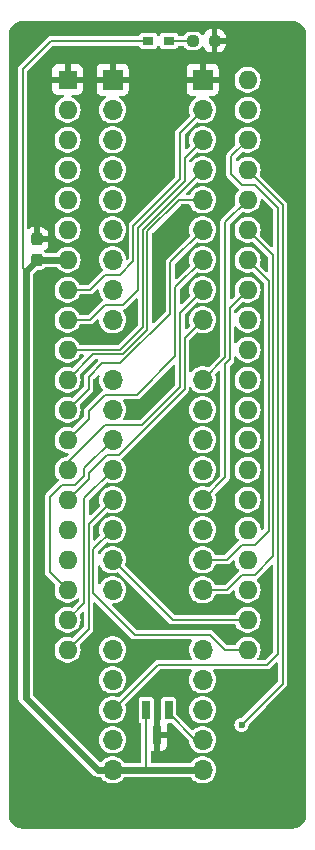
<source format=gbr>
G04 #@! TF.GenerationSoftware,KiCad,Pcbnew,8.0.4+dfsg-1*
G04 #@! TF.CreationDate,2025-03-02T11:35:27+09:00*
G04 #@! TF.ProjectId,bionic-mc6809e,62696f6e-6963-42d6-9d63-36383039652e,7*
G04 #@! TF.SameCoordinates,Original*
G04 #@! TF.FileFunction,Copper,L1,Top*
G04 #@! TF.FilePolarity,Positive*
%FSLAX46Y46*%
G04 Gerber Fmt 4.6, Leading zero omitted, Abs format (unit mm)*
G04 Created by KiCad (PCBNEW 8.0.4+dfsg-1) date 2025-03-02 11:35:27*
%MOMM*%
%LPD*%
G01*
G04 APERTURE LIST*
G04 Aperture macros list*
%AMRoundRect*
0 Rectangle with rounded corners*
0 $1 Rounding radius*
0 $2 $3 $4 $5 $6 $7 $8 $9 X,Y pos of 4 corners*
0 Add a 4 corners polygon primitive as box body*
4,1,4,$2,$3,$4,$5,$6,$7,$8,$9,$2,$3,0*
0 Add four circle primitives for the rounded corners*
1,1,$1+$1,$2,$3*
1,1,$1+$1,$4,$5*
1,1,$1+$1,$6,$7*
1,1,$1+$1,$8,$9*
0 Add four rect primitives between the rounded corners*
20,1,$1+$1,$2,$3,$4,$5,0*
20,1,$1+$1,$4,$5,$6,$7,0*
20,1,$1+$1,$6,$7,$8,$9,0*
20,1,$1+$1,$8,$9,$2,$3,0*%
G04 Aperture macros list end*
G04 #@! TA.AperFunction,ComponentPad*
%ADD10O,1.700000X1.700000*%
G04 #@! TD*
G04 #@! TA.AperFunction,ComponentPad*
%ADD11R,1.700000X1.700000*%
G04 #@! TD*
G04 #@! TA.AperFunction,SMDPad,CuDef*
%ADD12R,0.660400X1.625600*%
G04 #@! TD*
G04 #@! TA.AperFunction,SMDPad,CuDef*
%ADD13R,0.965200X0.762000*%
G04 #@! TD*
G04 #@! TA.AperFunction,SMDPad,CuDef*
%ADD14RoundRect,0.237500X-0.250000X-0.237500X0.250000X-0.237500X0.250000X0.237500X-0.250000X0.237500X0*%
G04 #@! TD*
G04 #@! TA.AperFunction,ComponentPad*
%ADD15R,1.600000X1.600000*%
G04 #@! TD*
G04 #@! TA.AperFunction,ComponentPad*
%ADD16O,1.600000X1.600000*%
G04 #@! TD*
G04 #@! TA.AperFunction,SMDPad,CuDef*
%ADD17RoundRect,0.237500X0.237500X-0.300000X0.237500X0.300000X-0.237500X0.300000X-0.237500X-0.300000X0*%
G04 #@! TD*
G04 #@! TA.AperFunction,ViaPad*
%ADD18C,0.600000*%
G04 #@! TD*
G04 #@! TA.AperFunction,Conductor*
%ADD19C,0.600000*%
G04 #@! TD*
G04 #@! TA.AperFunction,Conductor*
%ADD20C,0.200000*%
G04 #@! TD*
G04 APERTURE END LIST*
D10*
X121171600Y-128686000D03*
X121171600Y-126146000D03*
X121171600Y-123606000D03*
X121171600Y-121066000D03*
X121171600Y-118526000D03*
X121171600Y-113446000D03*
X121171600Y-110906000D03*
X121171600Y-108366000D03*
X121171600Y-105826000D03*
X121171600Y-103286000D03*
X121171600Y-100746000D03*
X121171600Y-98206000D03*
X121171600Y-95666000D03*
X121171600Y-90586000D03*
X121171600Y-88046000D03*
X121171600Y-85506000D03*
X121171600Y-82966000D03*
X121171600Y-80426000D03*
X121171600Y-77886000D03*
X121171600Y-75346000D03*
X121171600Y-72806000D03*
D11*
X121171600Y-70266000D03*
X113551600Y-70266000D03*
D10*
X113551600Y-72806000D03*
X113551600Y-75346000D03*
X113551600Y-77886000D03*
X113551600Y-80426000D03*
X113551600Y-82966000D03*
X113551600Y-85506000D03*
X113551600Y-88046000D03*
X113551600Y-90586000D03*
X113551600Y-95666000D03*
X113551600Y-98206000D03*
X113551600Y-100746000D03*
X113551600Y-103286000D03*
X113551600Y-105826000D03*
X113551600Y-108366000D03*
X113551600Y-110906000D03*
X113551600Y-113446000D03*
X113551600Y-118526000D03*
X113551600Y-121066000D03*
X113551600Y-123606000D03*
X113551600Y-126146000D03*
X113551600Y-128686000D03*
D12*
X118290403Y-123633000D03*
X116390401Y-123633000D03*
X117340402Y-125765000D03*
D13*
X118324800Y-66976000D03*
X116572200Y-66976000D03*
D14*
X120358700Y-66976000D03*
X122183700Y-66976000D03*
D15*
X109741600Y-70266000D03*
D16*
X109741600Y-72806000D03*
X109741600Y-75346000D03*
X109741600Y-77886000D03*
X109741600Y-80426000D03*
X109741600Y-82966000D03*
X109741600Y-85506000D03*
X109741600Y-88046000D03*
X109741600Y-90586000D03*
X109741600Y-93126000D03*
X109741600Y-95666000D03*
X109741600Y-98206000D03*
X109741600Y-100746000D03*
X109741600Y-103286000D03*
X109741600Y-105826000D03*
X109741600Y-108366000D03*
X109741600Y-110906000D03*
X109741600Y-113446000D03*
X109741600Y-115986000D03*
X109741600Y-118526000D03*
X124981600Y-118526000D03*
X124981600Y-115986000D03*
X124981600Y-113446000D03*
X124981600Y-110906000D03*
X124981600Y-108366000D03*
X124981600Y-105826000D03*
X124981600Y-103286000D03*
X124981600Y-100746000D03*
X124981600Y-98206000D03*
X124981600Y-95666000D03*
X124981600Y-93126000D03*
X124981600Y-90586000D03*
X124981600Y-88046000D03*
X124981600Y-85506000D03*
X124981600Y-82966000D03*
X124981600Y-80426000D03*
X124981600Y-77886000D03*
X124981600Y-75346000D03*
X124981600Y-72806000D03*
X124981600Y-70266000D03*
D17*
X107144801Y-85506000D03*
X107144801Y-83781000D03*
D18*
X107144801Y-80680000D03*
X118752601Y-82966000D03*
X117355601Y-127416000D03*
X126753601Y-117637000D03*
X117101601Y-109382000D03*
X107449601Y-97063000D03*
X117609601Y-131480000D03*
X116466601Y-97571000D03*
X109862601Y-122463000D03*
X107830601Y-128178000D03*
X129039601Y-97190000D03*
X116339601Y-102270000D03*
X124975601Y-128051000D03*
X115958601Y-80299000D03*
X117482601Y-121320000D03*
X124467601Y-124876000D03*
D19*
X106179601Y-86471200D02*
X106179601Y-122590000D01*
X112275601Y-128686000D02*
X113551600Y-128686000D01*
X106179601Y-122590000D02*
X112275601Y-128686000D01*
D20*
X124981600Y-88046000D02*
X123470601Y-89556999D01*
X123470601Y-89556999D02*
X123470601Y-93932685D01*
X123470601Y-93932685D02*
X123070601Y-94332685D01*
X123070601Y-94332685D02*
X123070601Y-103926999D01*
X123070601Y-103926999D02*
X121171600Y-105826000D01*
X124981600Y-80426000D02*
X123070601Y-82336999D01*
X123070601Y-82336999D02*
X123070601Y-93766999D01*
X123070601Y-93766999D02*
X121171600Y-95666000D01*
X121171600Y-85506000D02*
X118841601Y-87835999D01*
X118841601Y-87835999D02*
X118841601Y-93672000D01*
X112910601Y-96936000D02*
X111513601Y-98333000D01*
X118841601Y-93672000D02*
X115577601Y-96936000D01*
X115577601Y-96936000D02*
X112910601Y-96936000D01*
X111513601Y-98333000D02*
X111513601Y-98973999D01*
X111513601Y-98973999D02*
X109741600Y-100746000D01*
X121171600Y-82966000D02*
X118441601Y-85695999D01*
X118441601Y-85695999D02*
X118441601Y-90065686D01*
X118441601Y-90065686D02*
X114219287Y-94288000D01*
X114219287Y-94288000D02*
X112675235Y-94288000D01*
X112675235Y-94288000D02*
X111513601Y-95449634D01*
X111513601Y-95449634D02*
X111513601Y-96433999D01*
X111513601Y-96433999D02*
X109741600Y-98206000D01*
X121171600Y-80426000D02*
X119191287Y-80426000D01*
X114415601Y-93526000D02*
X111881600Y-93526000D01*
X119191287Y-80426000D02*
X116504601Y-83112686D01*
X116504601Y-83112686D02*
X116504601Y-91437000D01*
X116504601Y-91437000D02*
X114415601Y-93526000D01*
X111881600Y-93526000D02*
X109741600Y-95666000D01*
X121171600Y-72806000D02*
X119241601Y-74735999D01*
X119241601Y-74735999D02*
X119241601Y-78678629D01*
X119241601Y-78678629D02*
X115304601Y-82615629D01*
X115304601Y-82615629D02*
X115304601Y-85619345D01*
X115304601Y-85619345D02*
X114147946Y-86776000D01*
X114147946Y-86776000D02*
X112910601Y-86776000D01*
X112910601Y-86776000D02*
X111640601Y-88046000D01*
X111640601Y-88046000D02*
X109741600Y-88046000D01*
X121171600Y-75346000D02*
X119641601Y-76875999D01*
X115704601Y-82781315D02*
X115704601Y-88046000D01*
X111640601Y-90586000D02*
X109741600Y-90586000D01*
X119641601Y-76875999D02*
X119641601Y-78844315D01*
X119641601Y-78844315D02*
X115704601Y-82781315D01*
X115704601Y-88046000D02*
X114434601Y-89316000D01*
X114434601Y-89316000D02*
X112910601Y-89316000D01*
X112910601Y-89316000D02*
X111640601Y-90586000D01*
X121171600Y-77886000D02*
X121165601Y-77886000D01*
X121165601Y-77886000D02*
X116104601Y-82947000D01*
X116104601Y-82947000D02*
X116104601Y-91202000D01*
X116104601Y-91202000D02*
X114180601Y-93126000D01*
X114180601Y-93126000D02*
X109741600Y-93126000D01*
X124981600Y-118526000D02*
X123070601Y-118526000D01*
X123070601Y-118526000D02*
X121800601Y-117256000D01*
X121800601Y-117256000D02*
X115450601Y-117256000D01*
X115450601Y-117256000D02*
X111932601Y-113738000D01*
X111932601Y-113738000D02*
X111932601Y-109984999D01*
X111932601Y-109984999D02*
X113551600Y-108366000D01*
X113551600Y-110906000D02*
X118631600Y-115986000D01*
X118631600Y-115986000D02*
X124981600Y-115986000D01*
X105925601Y-86217200D02*
X106179601Y-86471200D01*
D19*
X107144801Y-85506000D02*
X106179601Y-86471200D01*
D20*
X108326601Y-66976000D02*
X105925601Y-69377000D01*
X105925601Y-69377000D02*
X105925601Y-86217200D01*
X107188700Y-85506000D02*
X107047200Y-85364500D01*
D19*
X109741600Y-85506000D02*
X107144801Y-85506000D01*
D20*
X116390401Y-123633000D02*
X116390401Y-128686000D01*
D19*
X116390401Y-128686000D02*
X113551600Y-128686000D01*
X121171600Y-128686000D02*
X116390401Y-128686000D01*
D20*
X116572200Y-66976000D02*
X108326601Y-66976000D01*
X127953601Y-80858001D02*
X124981600Y-77886000D01*
X124467601Y-124876000D02*
X127953601Y-121390000D01*
X127953601Y-121390000D02*
X127953601Y-80858001D01*
X112910601Y-99476000D02*
X109741600Y-102645001D01*
X109741600Y-102645001D02*
X109741600Y-103286000D01*
X116027915Y-99476000D02*
X112910601Y-99476000D01*
X119241601Y-96262314D02*
X116027915Y-99476000D01*
X119241601Y-89975999D02*
X119241601Y-96262314D01*
X121171600Y-88046000D02*
X119241601Y-89975999D01*
X120358700Y-66976000D02*
X118324800Y-66976000D01*
X109741600Y-105826000D02*
X111513601Y-104053999D01*
X119641601Y-96428000D02*
X119641601Y-92115999D01*
X119641601Y-92115999D02*
X121171600Y-90586000D01*
X113037601Y-102016000D02*
X114053601Y-102016000D01*
X114053601Y-102016000D02*
X119641601Y-96428000D01*
X111513601Y-103540000D02*
X113037601Y-102016000D01*
X111513601Y-104053999D02*
X111513601Y-103540000D01*
X121171600Y-113446000D02*
X123197601Y-113446000D01*
X127153601Y-110629634D02*
X127153601Y-85138001D01*
X125607235Y-112176000D02*
X127153601Y-110629634D01*
X124467601Y-112176000D02*
X125607235Y-112176000D01*
X123197601Y-113446000D02*
X124467601Y-112176000D01*
X127153601Y-85138001D02*
X124981600Y-82966000D01*
X124467601Y-109636000D02*
X125582101Y-109636000D01*
X121171600Y-110906000D02*
X123197601Y-110906000D01*
X125582101Y-109636000D02*
X126753601Y-108464500D01*
X123197601Y-110906000D02*
X124467601Y-109636000D01*
X126753601Y-87278001D02*
X124981600Y-85506000D01*
X126753601Y-108464500D02*
X126753601Y-87278001D01*
X113551600Y-105826000D02*
X111532601Y-107844999D01*
X111532601Y-116734999D02*
X109741600Y-118526000D01*
X111532601Y-107844999D02*
X111532601Y-116734999D01*
X113551600Y-103286000D02*
X111132601Y-105704999D01*
X111132601Y-114594999D02*
X109741600Y-115986000D01*
X111132601Y-105704999D02*
X111132601Y-114594999D01*
X108211601Y-105572000D02*
X108211601Y-111916001D01*
X111113601Y-103813000D02*
X110370601Y-104556000D01*
X113551600Y-100746000D02*
X113545601Y-100746000D01*
X108211601Y-111916001D02*
X109741600Y-113446000D01*
X111113601Y-103178000D02*
X111113601Y-103813000D01*
X110370601Y-104556000D02*
X109227601Y-104556000D01*
X109227601Y-104556000D02*
X108211601Y-105572000D01*
X113545601Y-100746000D02*
X111113601Y-103178000D01*
X124467601Y-79156000D02*
X123578601Y-78267000D01*
X123578601Y-78267000D02*
X123578601Y-76748999D01*
X117361600Y-119796000D02*
X126626601Y-119796000D01*
X127553601Y-118869000D02*
X127553601Y-81099000D01*
X123578601Y-76748999D02*
X124981600Y-75346000D01*
X127553601Y-81099000D02*
X125610601Y-79156000D01*
X113551600Y-123606000D02*
X117361600Y-119796000D01*
X126626601Y-119796000D02*
X127553601Y-118869000D01*
X125610601Y-79156000D02*
X124467601Y-79156000D01*
X120530601Y-126146000D02*
X121171600Y-126146000D01*
X118290403Y-123905802D02*
X120530601Y-126146000D01*
X118290403Y-123633000D02*
X118290403Y-123905802D01*
G04 #@! TA.AperFunction,Conductor*
G36*
X126224368Y-80346088D02*
G01*
X126255222Y-80367014D01*
X127124105Y-81235897D01*
X127151882Y-81290414D01*
X127153101Y-81305901D01*
X127153101Y-84332100D01*
X127134194Y-84390291D01*
X127084694Y-84426255D01*
X127023508Y-84426255D01*
X126984097Y-84402104D01*
X126038936Y-83456943D01*
X126011159Y-83402426D01*
X126013718Y-83359848D01*
X126067997Y-83169083D01*
X126086815Y-82966000D01*
X126067997Y-82762917D01*
X126012182Y-82566750D01*
X125921273Y-82384179D01*
X125798364Y-82221421D01*
X125647641Y-82084019D01*
X125474237Y-81976652D01*
X125284056Y-81902976D01*
X125284055Y-81902975D01*
X125284053Y-81902975D01*
X125083576Y-81865500D01*
X124879624Y-81865500D01*
X124679146Y-81902975D01*
X124609232Y-81930059D01*
X124488963Y-81976652D01*
X124380276Y-82043948D01*
X124315559Y-82084019D01*
X124164837Y-82221420D01*
X124041928Y-82384177D01*
X124041923Y-82384186D01*
X123952934Y-82562902D01*
X123951018Y-82566750D01*
X123895203Y-82762917D01*
X123876385Y-82966000D01*
X123895203Y-83169083D01*
X123951018Y-83365250D01*
X124041927Y-83547821D01*
X124164836Y-83710579D01*
X124315559Y-83847981D01*
X124488963Y-83955348D01*
X124679144Y-84029024D01*
X124879624Y-84066500D01*
X125083576Y-84066500D01*
X125284056Y-84029024D01*
X125363859Y-83998107D01*
X125424951Y-83994718D01*
X125469626Y-84020419D01*
X126724105Y-85274898D01*
X126751882Y-85329415D01*
X126753101Y-85344902D01*
X126753101Y-86472100D01*
X126734194Y-86530291D01*
X126684694Y-86566255D01*
X126623508Y-86566255D01*
X126584097Y-86542104D01*
X126038936Y-85996943D01*
X126011159Y-85942426D01*
X126013718Y-85899848D01*
X126067997Y-85709083D01*
X126086815Y-85506000D01*
X126067997Y-85302917D01*
X126012182Y-85106750D01*
X125921273Y-84924179D01*
X125798364Y-84761421D01*
X125647641Y-84624019D01*
X125474237Y-84516652D01*
X125284056Y-84442976D01*
X125284055Y-84442975D01*
X125284053Y-84442975D01*
X125083576Y-84405500D01*
X124879624Y-84405500D01*
X124679146Y-84442975D01*
X124609232Y-84470059D01*
X124488963Y-84516652D01*
X124380276Y-84583948D01*
X124315559Y-84624019D01*
X124164837Y-84761420D01*
X124041928Y-84924177D01*
X124041923Y-84924186D01*
X123960050Y-85088611D01*
X123951018Y-85106750D01*
X123895203Y-85302917D01*
X123876385Y-85506000D01*
X123895203Y-85709083D01*
X123951018Y-85905250D01*
X124041927Y-86087821D01*
X124164836Y-86250579D01*
X124315559Y-86387981D01*
X124488963Y-86495348D01*
X124679144Y-86569024D01*
X124879624Y-86606500D01*
X125083576Y-86606500D01*
X125284056Y-86569024D01*
X125363859Y-86538107D01*
X125424951Y-86534718D01*
X125469626Y-86560419D01*
X126324105Y-87414898D01*
X126351882Y-87469415D01*
X126353101Y-87484902D01*
X126353101Y-108257599D01*
X126334194Y-108315790D01*
X126324105Y-108327603D01*
X126252805Y-108398903D01*
X126198288Y-108426680D01*
X126137856Y-108417109D01*
X126094591Y-108373844D01*
X126084223Y-108338035D01*
X126067997Y-108162917D01*
X126012182Y-107966750D01*
X125921273Y-107784179D01*
X125798364Y-107621421D01*
X125647641Y-107484019D01*
X125474237Y-107376652D01*
X125284056Y-107302976D01*
X125284055Y-107302975D01*
X125284053Y-107302975D01*
X125083576Y-107265500D01*
X124879624Y-107265500D01*
X124679146Y-107302975D01*
X124609232Y-107330059D01*
X124488963Y-107376652D01*
X124315559Y-107484019D01*
X124164836Y-107621421D01*
X124162995Y-107623859D01*
X124041928Y-107784177D01*
X124041923Y-107784186D01*
X123960050Y-107948611D01*
X123951018Y-107966750D01*
X123895203Y-108162917D01*
X123876385Y-108366000D01*
X123895203Y-108569083D01*
X123951018Y-108765250D01*
X124041927Y-108947821D01*
X124164836Y-109110579D01*
X124225465Y-109165850D01*
X124255731Y-109219025D01*
X124248960Y-109279834D01*
X124225174Y-109309829D01*
X124226277Y-109310932D01*
X124221690Y-109315518D01*
X124221688Y-109315520D01*
X123620556Y-109916652D01*
X123060704Y-110476504D01*
X123006187Y-110504281D01*
X122990700Y-110505500D01*
X122318713Y-110505500D01*
X122260522Y-110486593D01*
X122230092Y-110450628D01*
X122196118Y-110382399D01*
X122153966Y-110297745D01*
X122025472Y-110127593D01*
X121971223Y-110078139D01*
X121867907Y-109983952D01*
X121867900Y-109983946D01*
X121686624Y-109871705D01*
X121686619Y-109871702D01*
X121487795Y-109794678D01*
X121278210Y-109755500D01*
X121064990Y-109755500D01*
X120855404Y-109794678D01*
X120656580Y-109871702D01*
X120656575Y-109871705D01*
X120475299Y-109983946D01*
X120475292Y-109983952D01*
X120317735Y-110127586D01*
X120317731Y-110127589D01*
X120317728Y-110127593D01*
X120317725Y-110127597D01*
X120189235Y-110297743D01*
X120189230Y-110297752D01*
X120094196Y-110488608D01*
X120094195Y-110488611D01*
X120089390Y-110505500D01*
X120035844Y-110693688D01*
X120035844Y-110693690D01*
X120016171Y-110906000D01*
X120035844Y-111118310D01*
X120094195Y-111323389D01*
X120189234Y-111514255D01*
X120317728Y-111684407D01*
X120317735Y-111684413D01*
X120475292Y-111828047D01*
X120475299Y-111828053D01*
X120510469Y-111849829D01*
X120656581Y-111940298D01*
X120855402Y-112017321D01*
X121064990Y-112056500D01*
X121278210Y-112056500D01*
X121487798Y-112017321D01*
X121686619Y-111940298D01*
X121867902Y-111828052D01*
X122025472Y-111684407D01*
X122153966Y-111514255D01*
X122227389Y-111366801D01*
X122230092Y-111361372D01*
X122272954Y-111317710D01*
X122318713Y-111306500D01*
X123250326Y-111306500D01*
X123250328Y-111306500D01*
X123352189Y-111279207D01*
X123352191Y-111279205D01*
X123352193Y-111279205D01*
X123443509Y-111226483D01*
X123443509Y-111226482D01*
X123443514Y-111226480D01*
X123717732Y-110952260D01*
X123772247Y-110924484D01*
X123832679Y-110934055D01*
X123875943Y-110977320D01*
X123886311Y-111013129D01*
X123895203Y-111109083D01*
X123951018Y-111305250D01*
X124041927Y-111487821D01*
X124164836Y-111650579D01*
X124225465Y-111705850D01*
X124255731Y-111759025D01*
X124248960Y-111819834D01*
X124225174Y-111849829D01*
X124226277Y-111850932D01*
X124221690Y-111855518D01*
X124221688Y-111855520D01*
X123640014Y-112437194D01*
X123060704Y-113016504D01*
X123006187Y-113044281D01*
X122990700Y-113045500D01*
X122318713Y-113045500D01*
X122260522Y-113026593D01*
X122230092Y-112990628D01*
X122153969Y-112837752D01*
X122153966Y-112837745D01*
X122025472Y-112667593D01*
X121921195Y-112572531D01*
X121867907Y-112523952D01*
X121867900Y-112523946D01*
X121686624Y-112411705D01*
X121686619Y-112411702D01*
X121487795Y-112334678D01*
X121278210Y-112295500D01*
X121064990Y-112295500D01*
X120855404Y-112334678D01*
X120656580Y-112411702D01*
X120656575Y-112411705D01*
X120475299Y-112523946D01*
X120475292Y-112523952D01*
X120317735Y-112667586D01*
X120317731Y-112667589D01*
X120317728Y-112667593D01*
X120317725Y-112667597D01*
X120189235Y-112837743D01*
X120189230Y-112837752D01*
X120094196Y-113028608D01*
X120094195Y-113028611D01*
X120089390Y-113045500D01*
X120035844Y-113233688D01*
X120016171Y-113446000D01*
X120035490Y-113654496D01*
X120035844Y-113658310D01*
X120094195Y-113863389D01*
X120189234Y-114054255D01*
X120317728Y-114224407D01*
X120317735Y-114224413D01*
X120475292Y-114368047D01*
X120475299Y-114368053D01*
X120573903Y-114429106D01*
X120656581Y-114480298D01*
X120855402Y-114557321D01*
X121064990Y-114596500D01*
X121278210Y-114596500D01*
X121487798Y-114557321D01*
X121686619Y-114480298D01*
X121867902Y-114368052D01*
X122025472Y-114224407D01*
X122153966Y-114054255D01*
X122230092Y-113901372D01*
X122272954Y-113857710D01*
X122318713Y-113846500D01*
X123250326Y-113846500D01*
X123250328Y-113846500D01*
X123352189Y-113819207D01*
X123352191Y-113819205D01*
X123352193Y-113819205D01*
X123443509Y-113766483D01*
X123443509Y-113766482D01*
X123443514Y-113766480D01*
X123717732Y-113492260D01*
X123772247Y-113464484D01*
X123832679Y-113474055D01*
X123875943Y-113517320D01*
X123886311Y-113553129D01*
X123895203Y-113649083D01*
X123951018Y-113845250D01*
X124041927Y-114027821D01*
X124164836Y-114190579D01*
X124315559Y-114327981D01*
X124488963Y-114435348D01*
X124679144Y-114509024D01*
X124879624Y-114546500D01*
X125083576Y-114546500D01*
X125284056Y-114509024D01*
X125474237Y-114435348D01*
X125647641Y-114327981D01*
X125798364Y-114190579D01*
X125921273Y-114027821D01*
X126012182Y-113845250D01*
X126067997Y-113649083D01*
X126086815Y-113446000D01*
X126067997Y-113242917D01*
X126012182Y-113046750D01*
X125921273Y-112864179D01*
X125798364Y-112701421D01*
X125782014Y-112686516D01*
X125751750Y-112633340D01*
X125758522Y-112572531D01*
X125799211Y-112527620D01*
X125853148Y-112496480D01*
X126984097Y-111365529D01*
X127038614Y-111337753D01*
X127099046Y-111347324D01*
X127142311Y-111390589D01*
X127153101Y-111435534D01*
X127153101Y-118662099D01*
X127134194Y-118720290D01*
X127124105Y-118732103D01*
X126489704Y-119366504D01*
X126435187Y-119394281D01*
X126419700Y-119395500D01*
X125902846Y-119395500D01*
X125844655Y-119376593D01*
X125808691Y-119327093D01*
X125808691Y-119265907D01*
X125823839Y-119236844D01*
X125921273Y-119107821D01*
X126012182Y-118925250D01*
X126067997Y-118729083D01*
X126086815Y-118526000D01*
X126067997Y-118322917D01*
X126012182Y-118126750D01*
X125921273Y-117944179D01*
X125798364Y-117781421D01*
X125647641Y-117644019D01*
X125474237Y-117536652D01*
X125284056Y-117462976D01*
X125284055Y-117462975D01*
X125284053Y-117462975D01*
X125083576Y-117425500D01*
X124879624Y-117425500D01*
X124679146Y-117462975D01*
X124679141Y-117462977D01*
X124488963Y-117536652D01*
X124339481Y-117629207D01*
X124315559Y-117644019D01*
X124164837Y-117781420D01*
X124041928Y-117944177D01*
X124041923Y-117944186D01*
X123978963Y-118070628D01*
X123936100Y-118114291D01*
X123890342Y-118125500D01*
X123277502Y-118125500D01*
X123219311Y-118106593D01*
X123207498Y-118096504D01*
X122628188Y-117517194D01*
X122046514Y-116935520D01*
X122046511Y-116935518D01*
X122046510Y-116935517D01*
X122046509Y-116935516D01*
X121955192Y-116882794D01*
X121955194Y-116882794D01*
X121915671Y-116872204D01*
X121853328Y-116855500D01*
X121853326Y-116855500D01*
X115657502Y-116855500D01*
X115599311Y-116836593D01*
X115587498Y-116826504D01*
X113526498Y-114765504D01*
X113498721Y-114710987D01*
X113508292Y-114650555D01*
X113551557Y-114607290D01*
X113596502Y-114596500D01*
X113658210Y-114596500D01*
X113867798Y-114557321D01*
X114066619Y-114480298D01*
X114247902Y-114368052D01*
X114405472Y-114224407D01*
X114533966Y-114054255D01*
X114629005Y-113863389D01*
X114687356Y-113658310D01*
X114707029Y-113446000D01*
X114687356Y-113233690D01*
X114629005Y-113028611D01*
X114533966Y-112837745D01*
X114405472Y-112667593D01*
X114301195Y-112572531D01*
X114247907Y-112523952D01*
X114247900Y-112523946D01*
X114066624Y-112411705D01*
X114066619Y-112411702D01*
X113867795Y-112334678D01*
X113658210Y-112295500D01*
X113444990Y-112295500D01*
X113235404Y-112334678D01*
X113036580Y-112411702D01*
X113036575Y-112411705D01*
X112855299Y-112523946D01*
X112855292Y-112523952D01*
X112697735Y-112667586D01*
X112697731Y-112667589D01*
X112697728Y-112667593D01*
X112697725Y-112667597D01*
X112569235Y-112837743D01*
X112569230Y-112837752D01*
X112520722Y-112935171D01*
X112477859Y-112978833D01*
X112417518Y-112988963D01*
X112362747Y-112961691D01*
X112334467Y-112907433D01*
X112333101Y-112891043D01*
X112333101Y-111460956D01*
X112352008Y-111402765D01*
X112401508Y-111366801D01*
X112462694Y-111366801D01*
X112512194Y-111402765D01*
X112520722Y-111416829D01*
X112569228Y-111514244D01*
X112569230Y-111514247D01*
X112569234Y-111514255D01*
X112697728Y-111684407D01*
X112697735Y-111684413D01*
X112855292Y-111828047D01*
X112855299Y-111828053D01*
X112890469Y-111849829D01*
X113036581Y-111940298D01*
X113235402Y-112017321D01*
X113444990Y-112056500D01*
X113658210Y-112056500D01*
X113867798Y-112017321D01*
X113972508Y-111976755D01*
X114033598Y-111973366D01*
X114078274Y-111999067D01*
X118385687Y-116306480D01*
X118385689Y-116306481D01*
X118385690Y-116306482D01*
X118385691Y-116306483D01*
X118477008Y-116359205D01*
X118477006Y-116359205D01*
X118477010Y-116359206D01*
X118477012Y-116359207D01*
X118578873Y-116386500D01*
X123890342Y-116386500D01*
X123948533Y-116405407D01*
X123978962Y-116441371D01*
X124041927Y-116567821D01*
X124164836Y-116730579D01*
X124315559Y-116867981D01*
X124488963Y-116975348D01*
X124679144Y-117049024D01*
X124879624Y-117086500D01*
X125083576Y-117086500D01*
X125284056Y-117049024D01*
X125474237Y-116975348D01*
X125647641Y-116867981D01*
X125798364Y-116730579D01*
X125921273Y-116567821D01*
X126012182Y-116385250D01*
X126067997Y-116189083D01*
X126086815Y-115986000D01*
X126067997Y-115782917D01*
X126012182Y-115586750D01*
X125921273Y-115404179D01*
X125798364Y-115241421D01*
X125647641Y-115104019D01*
X125474237Y-114996652D01*
X125284056Y-114922976D01*
X125284055Y-114922975D01*
X125284053Y-114922975D01*
X125083576Y-114885500D01*
X124879624Y-114885500D01*
X124679146Y-114922975D01*
X124679141Y-114922977D01*
X124488963Y-114996652D01*
X124315559Y-115104019D01*
X124164837Y-115241420D01*
X124041928Y-115404177D01*
X124041923Y-115404186D01*
X123978963Y-115530628D01*
X123936100Y-115574291D01*
X123890342Y-115585500D01*
X118838501Y-115585500D01*
X118780310Y-115566593D01*
X118768497Y-115556504D01*
X114648250Y-111436257D01*
X114620473Y-111381740D01*
X114628711Y-111328182D01*
X114627352Y-111327656D01*
X114629000Y-111323398D01*
X114629005Y-111323389D01*
X114687356Y-111118310D01*
X114707029Y-110906000D01*
X114687356Y-110693690D01*
X114629005Y-110488611D01*
X114533966Y-110297745D01*
X114405472Y-110127593D01*
X114351223Y-110078139D01*
X114247907Y-109983952D01*
X114247900Y-109983946D01*
X114066624Y-109871705D01*
X114066619Y-109871702D01*
X113867795Y-109794678D01*
X113658210Y-109755500D01*
X113444990Y-109755500D01*
X113235404Y-109794678D01*
X113036580Y-109871702D01*
X113036575Y-109871705D01*
X112855299Y-109983946D01*
X112855292Y-109983952D01*
X112697735Y-110127586D01*
X112697731Y-110127589D01*
X112697728Y-110127593D01*
X112697725Y-110127597D01*
X112569235Y-110297743D01*
X112569230Y-110297752D01*
X112520722Y-110395171D01*
X112477859Y-110438833D01*
X112417518Y-110448963D01*
X112362747Y-110421691D01*
X112334467Y-110367433D01*
X112333101Y-110351043D01*
X112333101Y-110191899D01*
X112352008Y-110133708D01*
X112362091Y-110121901D01*
X113024926Y-109459065D01*
X113079441Y-109431290D01*
X113130690Y-109436756D01*
X113235402Y-109477321D01*
X113444990Y-109516500D01*
X113658210Y-109516500D01*
X113867798Y-109477321D01*
X114066619Y-109400298D01*
X114247902Y-109288052D01*
X114405472Y-109144407D01*
X114533966Y-108974255D01*
X114629005Y-108783389D01*
X114687356Y-108578310D01*
X114707029Y-108366000D01*
X120016171Y-108366000D01*
X120035844Y-108578310D01*
X120094195Y-108783389D01*
X120189234Y-108974255D01*
X120317728Y-109144407D01*
X120317735Y-109144413D01*
X120475292Y-109288047D01*
X120475299Y-109288053D01*
X120510469Y-109309829D01*
X120656581Y-109400298D01*
X120855402Y-109477321D01*
X121064990Y-109516500D01*
X121278210Y-109516500D01*
X121487798Y-109477321D01*
X121686619Y-109400298D01*
X121867902Y-109288052D01*
X122025472Y-109144407D01*
X122153966Y-108974255D01*
X122249005Y-108783389D01*
X122307356Y-108578310D01*
X122327029Y-108366000D01*
X122307356Y-108153690D01*
X122249005Y-107948611D01*
X122153966Y-107757745D01*
X122025472Y-107587593D01*
X121971223Y-107538139D01*
X121867907Y-107443952D01*
X121867900Y-107443946D01*
X121686624Y-107331705D01*
X121686619Y-107331702D01*
X121612465Y-107302975D01*
X121487798Y-107254679D01*
X121487797Y-107254678D01*
X121487795Y-107254678D01*
X121278210Y-107215500D01*
X121064990Y-107215500D01*
X120855404Y-107254678D01*
X120656580Y-107331702D01*
X120656575Y-107331705D01*
X120475299Y-107443946D01*
X120475292Y-107443952D01*
X120317735Y-107587586D01*
X120317731Y-107587589D01*
X120317728Y-107587593D01*
X120317725Y-107587597D01*
X120189235Y-107757743D01*
X120189230Y-107757752D01*
X120094196Y-107948608D01*
X120035844Y-108153688D01*
X120019729Y-108327603D01*
X120016171Y-108366000D01*
X114707029Y-108366000D01*
X114687356Y-108153690D01*
X114629005Y-107948611D01*
X114533966Y-107757745D01*
X114405472Y-107587593D01*
X114351223Y-107538139D01*
X114247907Y-107443952D01*
X114247900Y-107443946D01*
X114066624Y-107331705D01*
X114066619Y-107331702D01*
X113992465Y-107302975D01*
X113867798Y-107254679D01*
X113867797Y-107254678D01*
X113867795Y-107254678D01*
X113658210Y-107215500D01*
X113444990Y-107215500D01*
X113235404Y-107254678D01*
X113036580Y-107331702D01*
X113036575Y-107331705D01*
X112855299Y-107443946D01*
X112855292Y-107443952D01*
X112697735Y-107587586D01*
X112697731Y-107587589D01*
X112697728Y-107587593D01*
X112697725Y-107587597D01*
X112569235Y-107757743D01*
X112569230Y-107757752D01*
X112474196Y-107948608D01*
X112415844Y-108153688D01*
X112396171Y-108366000D01*
X112415844Y-108578311D01*
X112474198Y-108783401D01*
X112475849Y-108787661D01*
X112474470Y-108788195D01*
X112482577Y-108842647D01*
X112454948Y-108896256D01*
X112102105Y-109249100D01*
X112047588Y-109276878D01*
X111987156Y-109267307D01*
X111943891Y-109224042D01*
X111933101Y-109179097D01*
X111933101Y-108051899D01*
X111952008Y-107993708D01*
X111962097Y-107981895D01*
X112459973Y-107484019D01*
X113024926Y-106919065D01*
X113079441Y-106891290D01*
X113130690Y-106896756D01*
X113235402Y-106937321D01*
X113444990Y-106976500D01*
X113658210Y-106976500D01*
X113867798Y-106937321D01*
X114066619Y-106860298D01*
X114247902Y-106748052D01*
X114405472Y-106604407D01*
X114533966Y-106434255D01*
X114629005Y-106243389D01*
X114687356Y-106038310D01*
X114707029Y-105826000D01*
X114687356Y-105613690D01*
X114629005Y-105408611D01*
X114533966Y-105217745D01*
X114405472Y-105047593D01*
X114351223Y-104998139D01*
X114247907Y-104903952D01*
X114247900Y-104903946D01*
X114066624Y-104791705D01*
X114066619Y-104791702D01*
X113986616Y-104760709D01*
X113867798Y-104714679D01*
X113867797Y-104714678D01*
X113867795Y-104714678D01*
X113658210Y-104675500D01*
X113444990Y-104675500D01*
X113235404Y-104714678D01*
X113036580Y-104791702D01*
X113036575Y-104791705D01*
X112855299Y-104903946D01*
X112855292Y-104903952D01*
X112697735Y-105047586D01*
X112697731Y-105047589D01*
X112697728Y-105047593D01*
X112697725Y-105047597D01*
X112569235Y-105217743D01*
X112569230Y-105217752D01*
X112474196Y-105408608D01*
X112415844Y-105613688D01*
X112396171Y-105826000D01*
X112415844Y-106038311D01*
X112474198Y-106243401D01*
X112475849Y-106247661D01*
X112474470Y-106248195D01*
X112482577Y-106302647D01*
X112454948Y-106356257D01*
X111702105Y-107109101D01*
X111647588Y-107136878D01*
X111587156Y-107127307D01*
X111543891Y-107084042D01*
X111533101Y-107039097D01*
X111533101Y-105911899D01*
X111552008Y-105853708D01*
X111562091Y-105841901D01*
X113024926Y-104379065D01*
X113079441Y-104351290D01*
X113130690Y-104356756D01*
X113235402Y-104397321D01*
X113444990Y-104436500D01*
X113658210Y-104436500D01*
X113867798Y-104397321D01*
X114066619Y-104320298D01*
X114247902Y-104208052D01*
X114405472Y-104064407D01*
X114533966Y-103894255D01*
X114629005Y-103703389D01*
X114687356Y-103498310D01*
X114707029Y-103286000D01*
X120016171Y-103286000D01*
X120035844Y-103498310D01*
X120094195Y-103703389D01*
X120189234Y-103894255D01*
X120317728Y-104064407D01*
X120388334Y-104128773D01*
X120475292Y-104208047D01*
X120475299Y-104208053D01*
X120510469Y-104229829D01*
X120656581Y-104320298D01*
X120855402Y-104397321D01*
X121064990Y-104436500D01*
X121278210Y-104436500D01*
X121487798Y-104397321D01*
X121686619Y-104320298D01*
X121867902Y-104208052D01*
X122025472Y-104064407D01*
X122153966Y-103894255D01*
X122249005Y-103703389D01*
X122307356Y-103498310D01*
X122327029Y-103286000D01*
X122307356Y-103073690D01*
X122249005Y-102868611D01*
X122153966Y-102677745D01*
X122025472Y-102507593D01*
X121937381Y-102427287D01*
X121867907Y-102363952D01*
X121867900Y-102363946D01*
X121686624Y-102251705D01*
X121686619Y-102251702D01*
X121487795Y-102174678D01*
X121278210Y-102135500D01*
X121064990Y-102135500D01*
X120855404Y-102174678D01*
X120656580Y-102251702D01*
X120656575Y-102251705D01*
X120475299Y-102363946D01*
X120475292Y-102363952D01*
X120317735Y-102507586D01*
X120317731Y-102507589D01*
X120317728Y-102507593D01*
X120317725Y-102507597D01*
X120189235Y-102677743D01*
X120189230Y-102677752D01*
X120094196Y-102868608D01*
X120035844Y-103073688D01*
X120035844Y-103073690D01*
X120016171Y-103286000D01*
X114707029Y-103286000D01*
X114687356Y-103073690D01*
X114629005Y-102868611D01*
X114533966Y-102677745D01*
X114405472Y-102507593D01*
X114405470Y-102507591D01*
X114405465Y-102507586D01*
X114337154Y-102445311D01*
X114306888Y-102392136D01*
X114313659Y-102331326D01*
X114333841Y-102302152D01*
X115889993Y-100746000D01*
X120016171Y-100746000D01*
X120024210Y-100832762D01*
X120035844Y-100958310D01*
X120094195Y-101163389D01*
X120189234Y-101354255D01*
X120317728Y-101524407D01*
X120317735Y-101524413D01*
X120475292Y-101668047D01*
X120475299Y-101668053D01*
X120578989Y-101732255D01*
X120656581Y-101780298D01*
X120855402Y-101857321D01*
X121064990Y-101896500D01*
X121278210Y-101896500D01*
X121487798Y-101857321D01*
X121686619Y-101780298D01*
X121867902Y-101668052D01*
X122025472Y-101524407D01*
X122153966Y-101354255D01*
X122249005Y-101163389D01*
X122307356Y-100958310D01*
X122327029Y-100746000D01*
X122307356Y-100533690D01*
X122249005Y-100328611D01*
X122153966Y-100137745D01*
X122025472Y-99967593D01*
X121931502Y-99881927D01*
X121867907Y-99823952D01*
X121867900Y-99823946D01*
X121686624Y-99711705D01*
X121686619Y-99711702D01*
X121634678Y-99691580D01*
X121487798Y-99634679D01*
X121487797Y-99634678D01*
X121487795Y-99634678D01*
X121278210Y-99595500D01*
X121064990Y-99595500D01*
X120855404Y-99634678D01*
X120656580Y-99711702D01*
X120656575Y-99711705D01*
X120475299Y-99823946D01*
X120475292Y-99823952D01*
X120317735Y-99967586D01*
X120317731Y-99967589D01*
X120317728Y-99967593D01*
X120317725Y-99967597D01*
X120189235Y-100137743D01*
X120189230Y-100137752D01*
X120094196Y-100328608D01*
X120035844Y-100533688D01*
X120016171Y-100746000D01*
X115889993Y-100746000D01*
X118429994Y-98206000D01*
X120016171Y-98206000D01*
X120035844Y-98418310D01*
X120094195Y-98623389D01*
X120189234Y-98814255D01*
X120317728Y-98984407D01*
X120378117Y-99039459D01*
X120475292Y-99128047D01*
X120475299Y-99128053D01*
X120519657Y-99155518D01*
X120656581Y-99240298D01*
X120855402Y-99317321D01*
X121064990Y-99356500D01*
X121278210Y-99356500D01*
X121487798Y-99317321D01*
X121686619Y-99240298D01*
X121867902Y-99128052D01*
X122025472Y-98984407D01*
X122153966Y-98814255D01*
X122249005Y-98623389D01*
X122307356Y-98418310D01*
X122327029Y-98206000D01*
X122307356Y-97993690D01*
X122249005Y-97788611D01*
X122153966Y-97597745D01*
X122025472Y-97427593D01*
X121931502Y-97341927D01*
X121867907Y-97283952D01*
X121867900Y-97283946D01*
X121686624Y-97171705D01*
X121686619Y-97171702D01*
X121634678Y-97151580D01*
X121487798Y-97094679D01*
X121487797Y-97094678D01*
X121487795Y-97094678D01*
X121278210Y-97055500D01*
X121064990Y-97055500D01*
X120855404Y-97094678D01*
X120656580Y-97171702D01*
X120656575Y-97171705D01*
X120475299Y-97283946D01*
X120475292Y-97283952D01*
X120317735Y-97427586D01*
X120317731Y-97427589D01*
X120317728Y-97427593D01*
X120317725Y-97427597D01*
X120189235Y-97597743D01*
X120189230Y-97597752D01*
X120094196Y-97788608D01*
X120035844Y-97993688D01*
X120034989Y-98002917D01*
X120016171Y-98206000D01*
X118429994Y-98206000D01*
X119962081Y-96673913D01*
X119972799Y-96655348D01*
X120014808Y-96582587D01*
X120042101Y-96480727D01*
X120042101Y-96374794D01*
X120061008Y-96316603D01*
X120110508Y-96280639D01*
X120171694Y-96280639D01*
X120220102Y-96315131D01*
X120317728Y-96444407D01*
X120378117Y-96499459D01*
X120475292Y-96588047D01*
X120475299Y-96588053D01*
X120519660Y-96615520D01*
X120656581Y-96700298D01*
X120855402Y-96777321D01*
X121064990Y-96816500D01*
X121278210Y-96816500D01*
X121487798Y-96777321D01*
X121686619Y-96700298D01*
X121867902Y-96588052D01*
X122025472Y-96444407D01*
X122153966Y-96274255D01*
X122249005Y-96083389D01*
X122307356Y-95878310D01*
X122327029Y-95666000D01*
X122307356Y-95453690D01*
X122249005Y-95248611D01*
X122249001Y-95248604D01*
X122247352Y-95244344D01*
X122248729Y-95243810D01*
X122240621Y-95189350D01*
X122268249Y-95135742D01*
X122501099Y-94902893D01*
X122555614Y-94875117D01*
X122616046Y-94884688D01*
X122659311Y-94927953D01*
X122670101Y-94972898D01*
X122670101Y-103720097D01*
X122651194Y-103778288D01*
X122641105Y-103790101D01*
X121698273Y-104732932D01*
X121643756Y-104760709D01*
X121592507Y-104755243D01*
X121487798Y-104714679D01*
X121487797Y-104714678D01*
X121487795Y-104714678D01*
X121278210Y-104675500D01*
X121064990Y-104675500D01*
X120855404Y-104714678D01*
X120656580Y-104791702D01*
X120656575Y-104791705D01*
X120475299Y-104903946D01*
X120475292Y-104903952D01*
X120317735Y-105047586D01*
X120317731Y-105047589D01*
X120317728Y-105047593D01*
X120317725Y-105047597D01*
X120189235Y-105217743D01*
X120189230Y-105217752D01*
X120094196Y-105408608D01*
X120035844Y-105613688D01*
X120035844Y-105613690D01*
X120016171Y-105826000D01*
X120035844Y-106038310D01*
X120094195Y-106243389D01*
X120189234Y-106434255D01*
X120317728Y-106604407D01*
X120317735Y-106604413D01*
X120475292Y-106748047D01*
X120475299Y-106748053D01*
X120578989Y-106812255D01*
X120656581Y-106860298D01*
X120855402Y-106937321D01*
X121064990Y-106976500D01*
X121278210Y-106976500D01*
X121487798Y-106937321D01*
X121686619Y-106860298D01*
X121867902Y-106748052D01*
X122025472Y-106604407D01*
X122153966Y-106434255D01*
X122249005Y-106243389D01*
X122307356Y-106038310D01*
X122327029Y-105826000D01*
X123876385Y-105826000D01*
X123895203Y-106029083D01*
X123951018Y-106225250D01*
X124041927Y-106407821D01*
X124164836Y-106570579D01*
X124315559Y-106707981D01*
X124488963Y-106815348D01*
X124679144Y-106889024D01*
X124879624Y-106926500D01*
X125083576Y-106926500D01*
X125284056Y-106889024D01*
X125474237Y-106815348D01*
X125647641Y-106707981D01*
X125798364Y-106570579D01*
X125921273Y-106407821D01*
X126012182Y-106225250D01*
X126067997Y-106029083D01*
X126086815Y-105826000D01*
X126067997Y-105622917D01*
X126012182Y-105426750D01*
X125921273Y-105244179D01*
X125798364Y-105081421D01*
X125647641Y-104944019D01*
X125474237Y-104836652D01*
X125284056Y-104762976D01*
X125284055Y-104762975D01*
X125284053Y-104762975D01*
X125083576Y-104725500D01*
X124879624Y-104725500D01*
X124679146Y-104762975D01*
X124638953Y-104778546D01*
X124488963Y-104836652D01*
X124380276Y-104903948D01*
X124315559Y-104944019D01*
X124164837Y-105081420D01*
X124041928Y-105244177D01*
X124041923Y-105244186D01*
X123955667Y-105417413D01*
X123951018Y-105426750D01*
X123895203Y-105622917D01*
X123876385Y-105826000D01*
X122327029Y-105826000D01*
X122307356Y-105613690D01*
X122249005Y-105408611D01*
X122249001Y-105408604D01*
X122247352Y-105404344D01*
X122248732Y-105403809D01*
X122240619Y-105349364D01*
X122268248Y-105295743D01*
X123391081Y-104172912D01*
X123410646Y-104139025D01*
X123443806Y-104081591D01*
X123443806Y-104081589D01*
X123443808Y-104081587D01*
X123471101Y-103979726D01*
X123471101Y-103874272D01*
X123471101Y-103286000D01*
X123876385Y-103286000D01*
X123895203Y-103489083D01*
X123951018Y-103685250D01*
X124041927Y-103867821D01*
X124164836Y-104030579D01*
X124315559Y-104167981D01*
X124488963Y-104275348D01*
X124679144Y-104349024D01*
X124879624Y-104386500D01*
X125083576Y-104386500D01*
X125284056Y-104349024D01*
X125474237Y-104275348D01*
X125647641Y-104167981D01*
X125798364Y-104030579D01*
X125921273Y-103867821D01*
X126012182Y-103685250D01*
X126067997Y-103489083D01*
X126086815Y-103286000D01*
X126067997Y-103082917D01*
X126012182Y-102886750D01*
X125921273Y-102704179D01*
X125798364Y-102541421D01*
X125647641Y-102404019D01*
X125474237Y-102296652D01*
X125284056Y-102222976D01*
X125284055Y-102222975D01*
X125284053Y-102222975D01*
X125083576Y-102185500D01*
X124879624Y-102185500D01*
X124679146Y-102222975D01*
X124609232Y-102250059D01*
X124488963Y-102296652D01*
X124380276Y-102363948D01*
X124315559Y-102404019D01*
X124164837Y-102541420D01*
X124041928Y-102704177D01*
X124041923Y-102704186D01*
X123960050Y-102868611D01*
X123951018Y-102886750D01*
X123895203Y-103082917D01*
X123876385Y-103286000D01*
X123471101Y-103286000D01*
X123471101Y-100746000D01*
X123876385Y-100746000D01*
X123895203Y-100949083D01*
X123951018Y-101145250D01*
X124041927Y-101327821D01*
X124164836Y-101490579D01*
X124315559Y-101627981D01*
X124488963Y-101735348D01*
X124679144Y-101809024D01*
X124879624Y-101846500D01*
X125083576Y-101846500D01*
X125284056Y-101809024D01*
X125474237Y-101735348D01*
X125647641Y-101627981D01*
X125798364Y-101490579D01*
X125921273Y-101327821D01*
X126012182Y-101145250D01*
X126067997Y-100949083D01*
X126086815Y-100746000D01*
X126067997Y-100542917D01*
X126012182Y-100346750D01*
X125921273Y-100164179D01*
X125798364Y-100001421D01*
X125647641Y-99864019D01*
X125474237Y-99756652D01*
X125284056Y-99682976D01*
X125284055Y-99682975D01*
X125284053Y-99682975D01*
X125083576Y-99645500D01*
X124879624Y-99645500D01*
X124679146Y-99682975D01*
X124679141Y-99682977D01*
X124488963Y-99756652D01*
X124380276Y-99823948D01*
X124315559Y-99864019D01*
X124164837Y-100001420D01*
X124041928Y-100164177D01*
X124041923Y-100164186D01*
X123960050Y-100328611D01*
X123951018Y-100346750D01*
X123895203Y-100542917D01*
X123876385Y-100746000D01*
X123471101Y-100746000D01*
X123471101Y-98206000D01*
X123876385Y-98206000D01*
X123895203Y-98409083D01*
X123951018Y-98605250D01*
X124041927Y-98787821D01*
X124164836Y-98950579D01*
X124315559Y-99087981D01*
X124488963Y-99195348D01*
X124679144Y-99269024D01*
X124879624Y-99306500D01*
X125083576Y-99306500D01*
X125284056Y-99269024D01*
X125474237Y-99195348D01*
X125647641Y-99087981D01*
X125798364Y-98950579D01*
X125921273Y-98787821D01*
X126012182Y-98605250D01*
X126067997Y-98409083D01*
X126086815Y-98206000D01*
X126067997Y-98002917D01*
X126012182Y-97806750D01*
X125921273Y-97624179D01*
X125798364Y-97461421D01*
X125647641Y-97324019D01*
X125474237Y-97216652D01*
X125284056Y-97142976D01*
X125284055Y-97142975D01*
X125284053Y-97142975D01*
X125083576Y-97105500D01*
X124879624Y-97105500D01*
X124679146Y-97142975D01*
X124679141Y-97142977D01*
X124488963Y-97216652D01*
X124339481Y-97309207D01*
X124315559Y-97324019D01*
X124164837Y-97461420D01*
X124041928Y-97624177D01*
X124041923Y-97624186D01*
X123960050Y-97788611D01*
X123951018Y-97806750D01*
X123895203Y-98002917D01*
X123876385Y-98206000D01*
X123471101Y-98206000D01*
X123471101Y-95666000D01*
X123876385Y-95666000D01*
X123895203Y-95869083D01*
X123951018Y-96065250D01*
X124041927Y-96247821D01*
X124164836Y-96410579D01*
X124315559Y-96547981D01*
X124488963Y-96655348D01*
X124679144Y-96729024D01*
X124879624Y-96766500D01*
X125083576Y-96766500D01*
X125284056Y-96729024D01*
X125474237Y-96655348D01*
X125647641Y-96547981D01*
X125798364Y-96410579D01*
X125921273Y-96247821D01*
X126012182Y-96065250D01*
X126067997Y-95869083D01*
X126086815Y-95666000D01*
X126067997Y-95462917D01*
X126012182Y-95266750D01*
X125921273Y-95084179D01*
X125798364Y-94921421D01*
X125647641Y-94784019D01*
X125474237Y-94676652D01*
X125284056Y-94602976D01*
X125284055Y-94602975D01*
X125284053Y-94602975D01*
X125083576Y-94565500D01*
X124879624Y-94565500D01*
X124679146Y-94602975D01*
X124656934Y-94611580D01*
X124488963Y-94676652D01*
X124380276Y-94743948D01*
X124315559Y-94784019D01*
X124164837Y-94921420D01*
X124041928Y-95084177D01*
X124041923Y-95084186D01*
X123960050Y-95248611D01*
X123951018Y-95266750D01*
X123895203Y-95462917D01*
X123876385Y-95666000D01*
X123471101Y-95666000D01*
X123471101Y-94539585D01*
X123490008Y-94481394D01*
X123500091Y-94469587D01*
X123791081Y-94178598D01*
X123797489Y-94167499D01*
X123843808Y-94087272D01*
X123871101Y-93985412D01*
X123871101Y-93776986D01*
X123890008Y-93718795D01*
X123939508Y-93682831D01*
X124000694Y-93682831D01*
X124049103Y-93717323D01*
X124164836Y-93870579D01*
X124315559Y-94007981D01*
X124488963Y-94115348D01*
X124679144Y-94189024D01*
X124879624Y-94226500D01*
X125083576Y-94226500D01*
X125284056Y-94189024D01*
X125474237Y-94115348D01*
X125647641Y-94007981D01*
X125798364Y-93870579D01*
X125921273Y-93707821D01*
X126012182Y-93525250D01*
X126067997Y-93329083D01*
X126086815Y-93126000D01*
X126067997Y-92922917D01*
X126012182Y-92726750D01*
X125921273Y-92544179D01*
X125798364Y-92381421D01*
X125647641Y-92244019D01*
X125474237Y-92136652D01*
X125284056Y-92062976D01*
X125284055Y-92062975D01*
X125284053Y-92062975D01*
X125083576Y-92025500D01*
X124879624Y-92025500D01*
X124679146Y-92062975D01*
X124609232Y-92090059D01*
X124488963Y-92136652D01*
X124315559Y-92244019D01*
X124164837Y-92381420D01*
X124049105Y-92534674D01*
X123998948Y-92569717D01*
X123937773Y-92568586D01*
X123888946Y-92531714D01*
X123871101Y-92475013D01*
X123871101Y-91236986D01*
X123890008Y-91178795D01*
X123939508Y-91142831D01*
X124000694Y-91142831D01*
X124049103Y-91177323D01*
X124164836Y-91330579D01*
X124315559Y-91467981D01*
X124488963Y-91575348D01*
X124679144Y-91649024D01*
X124879624Y-91686500D01*
X125083576Y-91686500D01*
X125284056Y-91649024D01*
X125474237Y-91575348D01*
X125647641Y-91467981D01*
X125798364Y-91330579D01*
X125921273Y-91167821D01*
X126012182Y-90985250D01*
X126067997Y-90789083D01*
X126086815Y-90586000D01*
X126067997Y-90382917D01*
X126012182Y-90186750D01*
X125921273Y-90004179D01*
X125798364Y-89841421D01*
X125647641Y-89704019D01*
X125474237Y-89596652D01*
X125284056Y-89522976D01*
X125284055Y-89522975D01*
X125284053Y-89522975D01*
X125083576Y-89485500D01*
X124879624Y-89485500D01*
X124679146Y-89522975D01*
X124609232Y-89550059D01*
X124488963Y-89596652D01*
X124315559Y-89704019D01*
X124164836Y-89841421D01*
X124145271Y-89867329D01*
X124049105Y-89994674D01*
X123998948Y-90029717D01*
X123937773Y-90028586D01*
X123888946Y-89991714D01*
X123871101Y-89935013D01*
X123871101Y-89763899D01*
X123890008Y-89705708D01*
X123900091Y-89693901D01*
X124493575Y-89100416D01*
X124548090Y-89072641D01*
X124599335Y-89078106D01*
X124679144Y-89109024D01*
X124879624Y-89146500D01*
X125083576Y-89146500D01*
X125284056Y-89109024D01*
X125474237Y-89035348D01*
X125647641Y-88927981D01*
X125798364Y-88790579D01*
X125921273Y-88627821D01*
X126012182Y-88445250D01*
X126067997Y-88249083D01*
X126086815Y-88046000D01*
X126067997Y-87842917D01*
X126012182Y-87646750D01*
X125921273Y-87464179D01*
X125798364Y-87301421D01*
X125647641Y-87164019D01*
X125474237Y-87056652D01*
X125284056Y-86982976D01*
X125284055Y-86982975D01*
X125284053Y-86982975D01*
X125083576Y-86945500D01*
X124879624Y-86945500D01*
X124679146Y-86982975D01*
X124609232Y-87010059D01*
X124488963Y-87056652D01*
X124380276Y-87123948D01*
X124315559Y-87164019D01*
X124164837Y-87301420D01*
X124041928Y-87464177D01*
X124041923Y-87464186D01*
X123960050Y-87628611D01*
X123951018Y-87646750D01*
X123895203Y-87842917D01*
X123876385Y-88046000D01*
X123895203Y-88249083D01*
X123897829Y-88258311D01*
X123949480Y-88439845D01*
X123947219Y-88500989D01*
X123924263Y-88536941D01*
X123640105Y-88821100D01*
X123585588Y-88848878D01*
X123525156Y-88839307D01*
X123481891Y-88796042D01*
X123471101Y-88751097D01*
X123471101Y-82543898D01*
X123490008Y-82485707D01*
X123500091Y-82473900D01*
X124493574Y-81480416D01*
X124548089Y-81452641D01*
X124599338Y-81458106D01*
X124679144Y-81489024D01*
X124879624Y-81526500D01*
X125083576Y-81526500D01*
X125284056Y-81489024D01*
X125474237Y-81415348D01*
X125647641Y-81307981D01*
X125798364Y-81170579D01*
X125921273Y-81007821D01*
X126012182Y-80825250D01*
X126067997Y-80629083D01*
X126086640Y-80427882D01*
X126110836Y-80371686D01*
X126163443Y-80340442D01*
X126224368Y-80346088D01*
G37*
G04 #@! TD.AperFunction*
G04 #@! TA.AperFunction,Conductor*
G36*
X118787046Y-94389690D02*
G01*
X118830311Y-94432955D01*
X118841101Y-94477900D01*
X118841101Y-96055413D01*
X118822194Y-96113604D01*
X118812105Y-96125417D01*
X115891018Y-99046504D01*
X115836501Y-99074281D01*
X115821014Y-99075500D01*
X114535501Y-99075500D01*
X114477310Y-99056593D01*
X114441346Y-99007093D01*
X114441346Y-98945907D01*
X114456497Y-98916839D01*
X114533966Y-98814255D01*
X114629005Y-98623389D01*
X114687356Y-98418310D01*
X114707029Y-98206000D01*
X114687356Y-97993690D01*
X114629005Y-97788611D01*
X114533966Y-97597745D01*
X114456496Y-97495159D01*
X114436518Y-97437330D01*
X114454347Y-97378799D01*
X114503173Y-97341927D01*
X114535501Y-97336500D01*
X115630326Y-97336500D01*
X115630328Y-97336500D01*
X115732189Y-97309207D01*
X115732191Y-97309205D01*
X115732193Y-97309205D01*
X115823509Y-97256483D01*
X115823509Y-97256482D01*
X115823514Y-97256480D01*
X118672099Y-94407894D01*
X118726614Y-94380119D01*
X118787046Y-94389690D01*
G37*
G04 #@! TD.AperFunction*
G04 #@! TA.AperFunction,Conductor*
G36*
X128789910Y-65286877D02*
G01*
X128980057Y-65303512D01*
X128997045Y-65306508D01*
X129177231Y-65354790D01*
X129193437Y-65360687D01*
X129362513Y-65439529D01*
X129377439Y-65448147D01*
X129530242Y-65555140D01*
X129530246Y-65555143D01*
X129543466Y-65566236D01*
X129675364Y-65698135D01*
X129686456Y-65711354D01*
X129793450Y-65864157D01*
X129802078Y-65879102D01*
X129880908Y-66048153D01*
X129886811Y-66064369D01*
X129935092Y-66244556D01*
X129938088Y-66261551D01*
X129954724Y-66451705D01*
X129955101Y-66460333D01*
X129955101Y-132491681D01*
X129954724Y-132500309D01*
X129938089Y-132690449D01*
X129935093Y-132707444D01*
X129886812Y-132887631D01*
X129880909Y-132903848D01*
X129802079Y-133072898D01*
X129793451Y-133087842D01*
X129686460Y-133240641D01*
X129675368Y-133253861D01*
X129543462Y-133385767D01*
X129530242Y-133396859D01*
X129377443Y-133503850D01*
X129362498Y-133512478D01*
X129193447Y-133591308D01*
X129177232Y-133597210D01*
X128997046Y-133645492D01*
X128980050Y-133648489D01*
X128789921Y-133665123D01*
X128781293Y-133665500D01*
X105929920Y-133665500D01*
X105921292Y-133665123D01*
X105731151Y-133648488D01*
X105714156Y-133645492D01*
X105533969Y-133597211D01*
X105517755Y-133591309D01*
X105348701Y-133512477D01*
X105333758Y-133503850D01*
X105180958Y-133396859D01*
X105167738Y-133385767D01*
X105035832Y-133253861D01*
X105024740Y-133240641D01*
X104917752Y-133087847D01*
X104909123Y-133072902D01*
X104909121Y-133072898D01*
X104830289Y-132903841D01*
X104824389Y-132887627D01*
X104776108Y-132707445D01*
X104773112Y-132690457D01*
X104756478Y-132500320D01*
X104756101Y-132491692D01*
X104756101Y-69324273D01*
X105525101Y-69324273D01*
X105525101Y-86164473D01*
X105525101Y-86269927D01*
X105552394Y-86371788D01*
X105552395Y-86371791D01*
X105565835Y-86395068D01*
X105579100Y-86444570D01*
X105579100Y-86558231D01*
X105579101Y-86558244D01*
X105579101Y-122504863D01*
X105579100Y-122504881D01*
X105579100Y-122510943D01*
X105579100Y-122669057D01*
X105607576Y-122775330D01*
X105620025Y-122821789D01*
X105628381Y-122836260D01*
X105628382Y-122836263D01*
X105699079Y-122958713D01*
X105699081Y-122958716D01*
X105810885Y-123070520D01*
X105810887Y-123070521D01*
X111795079Y-129054713D01*
X111795081Y-129054716D01*
X111906885Y-129166520D01*
X111906887Y-129166521D01*
X111906890Y-129166524D01*
X111906889Y-129166524D01*
X111993692Y-129216637D01*
X111993694Y-129216639D01*
X111993695Y-129216639D01*
X112022633Y-129233346D01*
X112043816Y-129245577D01*
X112196544Y-129286501D01*
X112196545Y-129286501D01*
X112360721Y-129286501D01*
X112360737Y-129286500D01*
X112514082Y-129286500D01*
X112572273Y-129305407D01*
X112593083Y-129325836D01*
X112697728Y-129464407D01*
X112697735Y-129464413D01*
X112855292Y-129608047D01*
X112855299Y-129608053D01*
X112958989Y-129672255D01*
X113036581Y-129720298D01*
X113235402Y-129797321D01*
X113444990Y-129836500D01*
X113658210Y-129836500D01*
X113867798Y-129797321D01*
X114066619Y-129720298D01*
X114247902Y-129608052D01*
X114405472Y-129464407D01*
X114510115Y-129325838D01*
X114560271Y-129290796D01*
X114589118Y-129286500D01*
X116311344Y-129286500D01*
X120134082Y-129286500D01*
X120192273Y-129305407D01*
X120213083Y-129325836D01*
X120317728Y-129464407D01*
X120317735Y-129464413D01*
X120475292Y-129608047D01*
X120475299Y-129608053D01*
X120578989Y-129672255D01*
X120656581Y-129720298D01*
X120855402Y-129797321D01*
X121064990Y-129836500D01*
X121278210Y-129836500D01*
X121487798Y-129797321D01*
X121686619Y-129720298D01*
X121867902Y-129608052D01*
X122025472Y-129464407D01*
X122153966Y-129294255D01*
X122249005Y-129103389D01*
X122307356Y-128898310D01*
X122327029Y-128686000D01*
X122307356Y-128473690D01*
X122249005Y-128268611D01*
X122153966Y-128077745D01*
X122025472Y-127907593D01*
X121971223Y-127858139D01*
X121867907Y-127763952D01*
X121867900Y-127763946D01*
X121686624Y-127651705D01*
X121686619Y-127651702D01*
X121487795Y-127574678D01*
X121278210Y-127535500D01*
X121064990Y-127535500D01*
X120855404Y-127574678D01*
X120656580Y-127651702D01*
X120656575Y-127651705D01*
X120475299Y-127763946D01*
X120475292Y-127763952D01*
X120317735Y-127907586D01*
X120317731Y-127907589D01*
X120317728Y-127907593D01*
X120213084Y-128046161D01*
X120162929Y-128081204D01*
X120134082Y-128085500D01*
X116889901Y-128085500D01*
X116831710Y-128066593D01*
X116795746Y-128017093D01*
X116790901Y-127986500D01*
X116790901Y-127169579D01*
X116809808Y-127111388D01*
X116859308Y-127075424D01*
X116900483Y-127071146D01*
X116962378Y-127077800D01*
X117090401Y-127077800D01*
X117090402Y-127077799D01*
X117090402Y-126015001D01*
X117590402Y-126015001D01*
X117590402Y-127077799D01*
X117590403Y-127077800D01*
X117718426Y-127077800D01*
X117777972Y-127071398D01*
X117777983Y-127071396D01*
X117912690Y-127021153D01*
X117912692Y-127021152D01*
X118027786Y-126934992D01*
X118027794Y-126934984D01*
X118113954Y-126819890D01*
X118113955Y-126819888D01*
X118164198Y-126685181D01*
X118164200Y-126685170D01*
X118170602Y-126625624D01*
X118170602Y-126015001D01*
X118170601Y-126015000D01*
X117590403Y-126015000D01*
X117590402Y-126015001D01*
X117090402Y-126015001D01*
X117090402Y-124452201D01*
X117590402Y-124452201D01*
X117590402Y-125514999D01*
X117590403Y-125515000D01*
X118170601Y-125515000D01*
X118170602Y-125514999D01*
X118170602Y-124904375D01*
X118170601Y-124904373D01*
X118165389Y-124855880D01*
X118177969Y-124796002D01*
X118223341Y-124754954D01*
X118263819Y-124746299D01*
X118523499Y-124746299D01*
X118581690Y-124765206D01*
X118593503Y-124775295D01*
X119996201Y-126177993D01*
X120023978Y-126232510D01*
X120024775Y-126238861D01*
X120035844Y-126358310D01*
X120094195Y-126563389D01*
X120189234Y-126754255D01*
X120317728Y-126924407D01*
X120329339Y-126934992D01*
X120475292Y-127068047D01*
X120475299Y-127068053D01*
X120545288Y-127111388D01*
X120656581Y-127180298D01*
X120855402Y-127257321D01*
X121064990Y-127296500D01*
X121278210Y-127296500D01*
X121487798Y-127257321D01*
X121686619Y-127180298D01*
X121867902Y-127068052D01*
X122025472Y-126924407D01*
X122153966Y-126754255D01*
X122249005Y-126563389D01*
X122307356Y-126358310D01*
X122327029Y-126146000D01*
X122307356Y-125933690D01*
X122249005Y-125728611D01*
X122153966Y-125537745D01*
X122025472Y-125367593D01*
X121951701Y-125300341D01*
X121867907Y-125223952D01*
X121867900Y-125223946D01*
X121686624Y-125111705D01*
X121686619Y-125111702D01*
X121487795Y-125034678D01*
X121278210Y-124995500D01*
X121064990Y-124995500D01*
X120855404Y-125034678D01*
X120656580Y-125111702D01*
X120656575Y-125111705D01*
X120475302Y-125223945D01*
X120475300Y-125223946D01*
X120475298Y-125223948D01*
X120475294Y-125223952D01*
X120388035Y-125303499D01*
X120332293Y-125328729D01*
X120272368Y-125316377D01*
X120251335Y-125300341D01*
X118950098Y-123999104D01*
X118922321Y-123944587D01*
X118921102Y-123929100D01*
X118921102Y-123606000D01*
X120016171Y-123606000D01*
X120035844Y-123818310D01*
X120094195Y-124023389D01*
X120189234Y-124214255D01*
X120317728Y-124384407D01*
X120317735Y-124384413D01*
X120475292Y-124528047D01*
X120475299Y-124528053D01*
X120548148Y-124573159D01*
X120656581Y-124640298D01*
X120855402Y-124717321D01*
X121064990Y-124756500D01*
X121278210Y-124756500D01*
X121487798Y-124717321D01*
X121686619Y-124640298D01*
X121867902Y-124528052D01*
X122025472Y-124384407D01*
X122153966Y-124214255D01*
X122249005Y-124023389D01*
X122307356Y-123818310D01*
X122327029Y-123606000D01*
X122307356Y-123393690D01*
X122249005Y-123188611D01*
X122153966Y-122997745D01*
X122025472Y-122827593D01*
X121940589Y-122750211D01*
X121867907Y-122683952D01*
X121867900Y-122683946D01*
X121686624Y-122571705D01*
X121686619Y-122571702D01*
X121606616Y-122540709D01*
X121487798Y-122494679D01*
X121487797Y-122494678D01*
X121487795Y-122494678D01*
X121278210Y-122455500D01*
X121064990Y-122455500D01*
X120855404Y-122494678D01*
X120656580Y-122571702D01*
X120656575Y-122571705D01*
X120475299Y-122683946D01*
X120475292Y-122683952D01*
X120317735Y-122827586D01*
X120317731Y-122827589D01*
X120317728Y-122827593D01*
X120317725Y-122827597D01*
X120189235Y-122997743D01*
X120189230Y-122997752D01*
X120094196Y-123188608D01*
X120035844Y-123393688D01*
X120035844Y-123393690D01*
X120016171Y-123606000D01*
X118921102Y-123606000D01*
X118921102Y-122775339D01*
X118921102Y-122775336D01*
X118918188Y-122750209D01*
X118872809Y-122647435D01*
X118793368Y-122567994D01*
X118690594Y-122522615D01*
X118690593Y-122522614D01*
X118690591Y-122522614D01*
X118665471Y-122519700D01*
X117915342Y-122519700D01*
X117915339Y-122519701D01*
X117890212Y-122522614D01*
X117787438Y-122567994D01*
X117707997Y-122647435D01*
X117662617Y-122750211D01*
X117659703Y-122775330D01*
X117659703Y-122775332D01*
X117659703Y-122775335D01*
X117659703Y-123606000D01*
X117659704Y-124353200D01*
X117640797Y-124411391D01*
X117605745Y-124436857D01*
X117590402Y-124452201D01*
X117090402Y-124452201D01*
X117076106Y-124437905D01*
X117061910Y-124433293D01*
X117025946Y-124383793D01*
X117021101Y-124353200D01*
X117021100Y-122775339D01*
X117021100Y-122775336D01*
X117018186Y-122750209D01*
X116972807Y-122647435D01*
X116893366Y-122567994D01*
X116790592Y-122522615D01*
X116790591Y-122522614D01*
X116790589Y-122522614D01*
X116765469Y-122519700D01*
X116015340Y-122519700D01*
X116015337Y-122519701D01*
X115990210Y-122522614D01*
X115887436Y-122567994D01*
X115807995Y-122647435D01*
X115762615Y-122750211D01*
X115759701Y-122775330D01*
X115759701Y-124490660D01*
X115759702Y-124490663D01*
X115762615Y-124515790D01*
X115768030Y-124528053D01*
X115807995Y-124618565D01*
X115887436Y-124698006D01*
X115930889Y-124717192D01*
X115976484Y-124757991D01*
X115989901Y-124807756D01*
X115989901Y-127986500D01*
X115970994Y-128044691D01*
X115921494Y-128080655D01*
X115890901Y-128085500D01*
X114589118Y-128085500D01*
X114530927Y-128066593D01*
X114510116Y-128046163D01*
X114405472Y-127907593D01*
X114351223Y-127858139D01*
X114247907Y-127763952D01*
X114247900Y-127763946D01*
X114066624Y-127651705D01*
X114066619Y-127651702D01*
X113867795Y-127574678D01*
X113658210Y-127535500D01*
X113444990Y-127535500D01*
X113235404Y-127574678D01*
X113036580Y-127651702D01*
X113036575Y-127651705D01*
X112855299Y-127763946D01*
X112855292Y-127763952D01*
X112697735Y-127907586D01*
X112697731Y-127907589D01*
X112697728Y-127907593D01*
X112697725Y-127907596D01*
X112697723Y-127907599D01*
X112615140Y-128016955D01*
X112564984Y-128051997D01*
X112503809Y-128050866D01*
X112466133Y-128027297D01*
X110584836Y-126146000D01*
X112396171Y-126146000D01*
X112415844Y-126358310D01*
X112474195Y-126563389D01*
X112569234Y-126754255D01*
X112697728Y-126924407D01*
X112709339Y-126934992D01*
X112855292Y-127068047D01*
X112855299Y-127068053D01*
X112925288Y-127111388D01*
X113036581Y-127180298D01*
X113235402Y-127257321D01*
X113444990Y-127296500D01*
X113658210Y-127296500D01*
X113867798Y-127257321D01*
X114066619Y-127180298D01*
X114247902Y-127068052D01*
X114405472Y-126924407D01*
X114533966Y-126754255D01*
X114629005Y-126563389D01*
X114687356Y-126358310D01*
X114707029Y-126146000D01*
X114687356Y-125933690D01*
X114629005Y-125728611D01*
X114533966Y-125537745D01*
X114405472Y-125367593D01*
X114331701Y-125300341D01*
X114247907Y-125223952D01*
X114247900Y-125223946D01*
X114066624Y-125111705D01*
X114066619Y-125111702D01*
X113867795Y-125034678D01*
X113658210Y-124995500D01*
X113444990Y-124995500D01*
X113235404Y-125034678D01*
X113036580Y-125111702D01*
X113036575Y-125111705D01*
X112855299Y-125223946D01*
X112855292Y-125223952D01*
X112697735Y-125367586D01*
X112697731Y-125367589D01*
X112697728Y-125367593D01*
X112697725Y-125367597D01*
X112569235Y-125537743D01*
X112569230Y-125537752D01*
X112474196Y-125728608D01*
X112415844Y-125933688D01*
X112396171Y-126146000D01*
X110584836Y-126146000D01*
X106809097Y-122370261D01*
X106781320Y-122315744D01*
X106780101Y-122300257D01*
X106780101Y-121066000D01*
X112396171Y-121066000D01*
X112412413Y-121241289D01*
X112415844Y-121278310D01*
X112474195Y-121483389D01*
X112569234Y-121674255D01*
X112697728Y-121844407D01*
X112697735Y-121844413D01*
X112855292Y-121988047D01*
X112855299Y-121988053D01*
X112958989Y-122052255D01*
X113036581Y-122100298D01*
X113235402Y-122177321D01*
X113444990Y-122216500D01*
X113658210Y-122216500D01*
X113867798Y-122177321D01*
X114066619Y-122100298D01*
X114247902Y-121988052D01*
X114405472Y-121844407D01*
X114533966Y-121674255D01*
X114629005Y-121483389D01*
X114687356Y-121278310D01*
X114707029Y-121066000D01*
X114687356Y-120853690D01*
X114629005Y-120648611D01*
X114533966Y-120457745D01*
X114405472Y-120287593D01*
X114306886Y-120197719D01*
X114247907Y-120143952D01*
X114247900Y-120143946D01*
X114066624Y-120031705D01*
X114066619Y-120031702D01*
X113867795Y-119954678D01*
X113658210Y-119915500D01*
X113444990Y-119915500D01*
X113235404Y-119954678D01*
X113036580Y-120031702D01*
X113036575Y-120031705D01*
X112855299Y-120143946D01*
X112855292Y-120143952D01*
X112697735Y-120287586D01*
X112697731Y-120287589D01*
X112697728Y-120287593D01*
X112697725Y-120287597D01*
X112569235Y-120457743D01*
X112569230Y-120457752D01*
X112474196Y-120648608D01*
X112415844Y-120853688D01*
X112396171Y-121066000D01*
X106780101Y-121066000D01*
X106780101Y-105519273D01*
X107811101Y-105519273D01*
X107811101Y-111863274D01*
X107811101Y-111968728D01*
X107819230Y-111999067D01*
X107838395Y-112070593D01*
X107891117Y-112161909D01*
X107891118Y-112161910D01*
X107891119Y-112161911D01*
X107891121Y-112161914D01*
X108293226Y-112564019D01*
X108684263Y-112955056D01*
X108712040Y-113009573D01*
X108709480Y-113052152D01*
X108655203Y-113242915D01*
X108655203Y-113242917D01*
X108636385Y-113446000D01*
X108655203Y-113649083D01*
X108711018Y-113845250D01*
X108801927Y-114027821D01*
X108924836Y-114190579D01*
X109075559Y-114327981D01*
X109248963Y-114435348D01*
X109439144Y-114509024D01*
X109639624Y-114546500D01*
X109843576Y-114546500D01*
X110044056Y-114509024D01*
X110234237Y-114435348D01*
X110407641Y-114327981D01*
X110558364Y-114190579D01*
X110558374Y-114190565D01*
X110559937Y-114188852D01*
X110560790Y-114188366D01*
X110561746Y-114187495D01*
X110561942Y-114187710D01*
X110613112Y-114158585D01*
X110673921Y-114165353D01*
X110719139Y-114206572D01*
X110732101Y-114255546D01*
X110732101Y-114388097D01*
X110713194Y-114446288D01*
X110703104Y-114458101D01*
X110229624Y-114931580D01*
X110175108Y-114959357D01*
X110123859Y-114953891D01*
X110044060Y-114922977D01*
X110044047Y-114922974D01*
X109843576Y-114885500D01*
X109639624Y-114885500D01*
X109439146Y-114922975D01*
X109439141Y-114922977D01*
X109248963Y-114996652D01*
X109075559Y-115104019D01*
X108924837Y-115241420D01*
X108801928Y-115404177D01*
X108801923Y-115404186D01*
X108711640Y-115585500D01*
X108711018Y-115586750D01*
X108655203Y-115782917D01*
X108636385Y-115986000D01*
X108655203Y-116189083D01*
X108711018Y-116385250D01*
X108801927Y-116567821D01*
X108924836Y-116730579D01*
X109075559Y-116867981D01*
X109248963Y-116975348D01*
X109439144Y-117049024D01*
X109639624Y-117086500D01*
X109843576Y-117086500D01*
X110044056Y-117049024D01*
X110234237Y-116975348D01*
X110407641Y-116867981D01*
X110558364Y-116730579D01*
X110681273Y-116567821D01*
X110772182Y-116385250D01*
X110827997Y-116189083D01*
X110846815Y-115986000D01*
X110827997Y-115782917D01*
X110773718Y-115592148D01*
X110775979Y-115531008D01*
X110798934Y-115495058D01*
X110963099Y-115330893D01*
X111017614Y-115303117D01*
X111078046Y-115312688D01*
X111121311Y-115355953D01*
X111132101Y-115400898D01*
X111132101Y-116528097D01*
X111113194Y-116586288D01*
X111103105Y-116598101D01*
X110229625Y-117471580D01*
X110175108Y-117499357D01*
X110123859Y-117493891D01*
X110044060Y-117462977D01*
X110044047Y-117462974D01*
X109843576Y-117425500D01*
X109639624Y-117425500D01*
X109439146Y-117462975D01*
X109439141Y-117462977D01*
X109248963Y-117536652D01*
X109099481Y-117629207D01*
X109075559Y-117644019D01*
X108924837Y-117781420D01*
X108801928Y-117944177D01*
X108801923Y-117944186D01*
X108711640Y-118125500D01*
X108711018Y-118126750D01*
X108655203Y-118322917D01*
X108636385Y-118526000D01*
X108655203Y-118729083D01*
X108711018Y-118925250D01*
X108801927Y-119107821D01*
X108924836Y-119270579D01*
X109075559Y-119407981D01*
X109248963Y-119515348D01*
X109439144Y-119589024D01*
X109639624Y-119626500D01*
X109843576Y-119626500D01*
X110044056Y-119589024D01*
X110234237Y-119515348D01*
X110407641Y-119407981D01*
X110558364Y-119270579D01*
X110681273Y-119107821D01*
X110772182Y-118925250D01*
X110827997Y-118729083D01*
X110846815Y-118526000D01*
X112396171Y-118526000D01*
X112415844Y-118738310D01*
X112474195Y-118943389D01*
X112569234Y-119134255D01*
X112697728Y-119304407D01*
X112697735Y-119304413D01*
X112855292Y-119448047D01*
X112855299Y-119448053D01*
X112899660Y-119475520D01*
X113036581Y-119560298D01*
X113235402Y-119637321D01*
X113444990Y-119676500D01*
X113658210Y-119676500D01*
X113867798Y-119637321D01*
X114066619Y-119560298D01*
X114247902Y-119448052D01*
X114405472Y-119304407D01*
X114533966Y-119134255D01*
X114629005Y-118943389D01*
X114687356Y-118738310D01*
X114707029Y-118526000D01*
X114687356Y-118313690D01*
X114629005Y-118108611D01*
X114533966Y-117917745D01*
X114405472Y-117747593D01*
X114326288Y-117675407D01*
X114247907Y-117603952D01*
X114247900Y-117603946D01*
X114066624Y-117491705D01*
X114066619Y-117491702D01*
X114014678Y-117471580D01*
X113867798Y-117414679D01*
X113867797Y-117414678D01*
X113867795Y-117414678D01*
X113658210Y-117375500D01*
X113444990Y-117375500D01*
X113235404Y-117414678D01*
X113036580Y-117491702D01*
X113036575Y-117491705D01*
X112855299Y-117603946D01*
X112855292Y-117603952D01*
X112697735Y-117747586D01*
X112697731Y-117747589D01*
X112697728Y-117747593D01*
X112697725Y-117747597D01*
X112569235Y-117917743D01*
X112569230Y-117917752D01*
X112474196Y-118108608D01*
X112415844Y-118313688D01*
X112397378Y-118512969D01*
X112396171Y-118526000D01*
X110846815Y-118526000D01*
X110827997Y-118322917D01*
X110773718Y-118132148D01*
X110775979Y-118071010D01*
X110798933Y-118035058D01*
X111853081Y-116980912D01*
X111853084Y-116980907D01*
X111905806Y-116889591D01*
X111905806Y-116889589D01*
X111905808Y-116889587D01*
X111933101Y-116787726D01*
X111933101Y-116682272D01*
X111933101Y-114543901D01*
X111952008Y-114485710D01*
X112001508Y-114449746D01*
X112062694Y-114449746D01*
X112102105Y-114473897D01*
X115130121Y-117501913D01*
X115130120Y-117501913D01*
X115204688Y-117576480D01*
X115296014Y-117629207D01*
X115397874Y-117656500D01*
X115503328Y-117656500D01*
X120187699Y-117656500D01*
X120245890Y-117675407D01*
X120281854Y-117724907D01*
X120281854Y-117786093D01*
X120266703Y-117815161D01*
X120189235Y-117917743D01*
X120189230Y-117917752D01*
X120094196Y-118108608D01*
X120035844Y-118313688D01*
X120017378Y-118512969D01*
X120016171Y-118526000D01*
X120035844Y-118738310D01*
X120089034Y-118925252D01*
X120094196Y-118943391D01*
X120189230Y-119134247D01*
X120189235Y-119134256D01*
X120266703Y-119236839D01*
X120286682Y-119294670D01*
X120268853Y-119353201D01*
X120220027Y-119390073D01*
X120187699Y-119395500D01*
X117420406Y-119395500D01*
X117420390Y-119395499D01*
X117414327Y-119395499D01*
X117308873Y-119395499D01*
X117308870Y-119395499D01*
X117207013Y-119422792D01*
X117207009Y-119422794D01*
X117115687Y-119475519D01*
X117041119Y-119550086D01*
X117041120Y-119550087D01*
X117041118Y-119550089D01*
X114078273Y-122512932D01*
X114023756Y-122540709D01*
X113972507Y-122535243D01*
X113867798Y-122494679D01*
X113867797Y-122494678D01*
X113867795Y-122494678D01*
X113658210Y-122455500D01*
X113444990Y-122455500D01*
X113235404Y-122494678D01*
X113036580Y-122571702D01*
X113036575Y-122571705D01*
X112855299Y-122683946D01*
X112855292Y-122683952D01*
X112697735Y-122827586D01*
X112697731Y-122827589D01*
X112697728Y-122827593D01*
X112697725Y-122827597D01*
X112569235Y-122997743D01*
X112569230Y-122997752D01*
X112474196Y-123188608D01*
X112415844Y-123393688D01*
X112415844Y-123393690D01*
X112396171Y-123606000D01*
X112415844Y-123818310D01*
X112474195Y-124023389D01*
X112569234Y-124214255D01*
X112697728Y-124384407D01*
X112697735Y-124384413D01*
X112855292Y-124528047D01*
X112855299Y-124528053D01*
X112928148Y-124573159D01*
X113036581Y-124640298D01*
X113235402Y-124717321D01*
X113444990Y-124756500D01*
X113658210Y-124756500D01*
X113867798Y-124717321D01*
X114066619Y-124640298D01*
X114247902Y-124528052D01*
X114405472Y-124384407D01*
X114533966Y-124214255D01*
X114629005Y-124023389D01*
X114687356Y-123818310D01*
X114707029Y-123606000D01*
X114687356Y-123393690D01*
X114629005Y-123188611D01*
X114629001Y-123188604D01*
X114627352Y-123184344D01*
X114628732Y-123183809D01*
X114620619Y-123129364D01*
X114648248Y-123075743D01*
X117498496Y-120225496D01*
X117553013Y-120197719D01*
X117568500Y-120196500D01*
X120187699Y-120196500D01*
X120245890Y-120215407D01*
X120281854Y-120264907D01*
X120281854Y-120326093D01*
X120266703Y-120355161D01*
X120189235Y-120457743D01*
X120189230Y-120457752D01*
X120094196Y-120648608D01*
X120035844Y-120853688D01*
X120016171Y-121066000D01*
X120032413Y-121241289D01*
X120035844Y-121278310D01*
X120094195Y-121483389D01*
X120189234Y-121674255D01*
X120317728Y-121844407D01*
X120317735Y-121844413D01*
X120475292Y-121988047D01*
X120475299Y-121988053D01*
X120578989Y-122052255D01*
X120656581Y-122100298D01*
X120855402Y-122177321D01*
X121064990Y-122216500D01*
X121278210Y-122216500D01*
X121487798Y-122177321D01*
X121686619Y-122100298D01*
X121867902Y-121988052D01*
X122025472Y-121844407D01*
X122153966Y-121674255D01*
X122249005Y-121483389D01*
X122307356Y-121278310D01*
X122327029Y-121066000D01*
X122307356Y-120853690D01*
X122249005Y-120648611D01*
X122153966Y-120457745D01*
X122076496Y-120355159D01*
X122056518Y-120297330D01*
X122074347Y-120238799D01*
X122123173Y-120201927D01*
X122155501Y-120196500D01*
X126679326Y-120196500D01*
X126679328Y-120196500D01*
X126781189Y-120169207D01*
X126781191Y-120169205D01*
X126781193Y-120169205D01*
X126872509Y-120116483D01*
X126872509Y-120116482D01*
X126872514Y-120116480D01*
X127384099Y-119604894D01*
X127438614Y-119577119D01*
X127499046Y-119586690D01*
X127542311Y-119629955D01*
X127553101Y-119674900D01*
X127553101Y-121183098D01*
X127534194Y-121241289D01*
X127524105Y-121253102D01*
X124535885Y-124241322D01*
X124481368Y-124269099D01*
X124470156Y-124269981D01*
X124310842Y-124290955D01*
X124310834Y-124290957D01*
X124164762Y-124351462D01*
X124164761Y-124351462D01*
X124039324Y-124447713D01*
X124039320Y-124447716D01*
X124039319Y-124447718D01*
X124039317Y-124447721D01*
X123943063Y-124573160D01*
X123943063Y-124573161D01*
X123882558Y-124719233D01*
X123882556Y-124719241D01*
X123861919Y-124875999D01*
X123861919Y-124876000D01*
X123882556Y-125032758D01*
X123882558Y-125032766D01*
X123943063Y-125178838D01*
X123943063Y-125178839D01*
X124036295Y-125300341D01*
X124039319Y-125304282D01*
X124039323Y-125304285D01*
X124039324Y-125304286D01*
X124068683Y-125326813D01*
X124164760Y-125400536D01*
X124310839Y-125461044D01*
X124428410Y-125476522D01*
X124467600Y-125481682D01*
X124467601Y-125481682D01*
X124467602Y-125481682D01*
X124498953Y-125477554D01*
X124624363Y-125461044D01*
X124770442Y-125400536D01*
X124895883Y-125304282D01*
X124992137Y-125178841D01*
X125052645Y-125032762D01*
X125073283Y-124876000D01*
X125073283Y-124875999D01*
X125074130Y-124869567D01*
X125075857Y-124869794D01*
X125092190Y-124819527D01*
X125102279Y-124807714D01*
X126516305Y-123393688D01*
X128274081Y-121635913D01*
X128304706Y-121582867D01*
X128326770Y-121544653D01*
X128326780Y-121544634D01*
X128326807Y-121544588D01*
X128326808Y-121544587D01*
X128354101Y-121442727D01*
X128354101Y-80805274D01*
X128346932Y-80778520D01*
X128326808Y-80703413D01*
X128326806Y-80703410D01*
X128326806Y-80703408D01*
X128274084Y-80612092D01*
X128274083Y-80612091D01*
X128274082Y-80612090D01*
X128274081Y-80612088D01*
X126038936Y-78376943D01*
X126011159Y-78322426D01*
X126013718Y-78279848D01*
X126067997Y-78089083D01*
X126086815Y-77886000D01*
X126067997Y-77682917D01*
X126012182Y-77486750D01*
X125921273Y-77304179D01*
X125798364Y-77141421D01*
X125647641Y-77004019D01*
X125474237Y-76896652D01*
X125284056Y-76822976D01*
X125284055Y-76822975D01*
X125284053Y-76822975D01*
X125083576Y-76785500D01*
X124879624Y-76785500D01*
X124679146Y-76822975D01*
X124609232Y-76850059D01*
X124488963Y-76896652D01*
X124380276Y-76963948D01*
X124315559Y-77004019D01*
X124219051Y-77091998D01*
X124164836Y-77141421D01*
X124157101Y-77151662D01*
X124106945Y-77186703D01*
X124045770Y-77185570D01*
X123996945Y-77148696D01*
X123979101Y-77091998D01*
X123979101Y-76955899D01*
X123998008Y-76897708D01*
X124008097Y-76885896D01*
X124493573Y-76400419D01*
X124548090Y-76372641D01*
X124599335Y-76378106D01*
X124679144Y-76409024D01*
X124879624Y-76446500D01*
X125083576Y-76446500D01*
X125284056Y-76409024D01*
X125474237Y-76335348D01*
X125647641Y-76227981D01*
X125798364Y-76090579D01*
X125921273Y-75927821D01*
X126012182Y-75745250D01*
X126067997Y-75549083D01*
X126086815Y-75346000D01*
X126067997Y-75142917D01*
X126012182Y-74946750D01*
X125921273Y-74764179D01*
X125798364Y-74601421D01*
X125647641Y-74464019D01*
X125474237Y-74356652D01*
X125284056Y-74282976D01*
X125284055Y-74282975D01*
X125284053Y-74282975D01*
X125083576Y-74245500D01*
X124879624Y-74245500D01*
X124679146Y-74282975D01*
X124609232Y-74310059D01*
X124488963Y-74356652D01*
X124380276Y-74423948D01*
X124315559Y-74464019D01*
X124164837Y-74601420D01*
X124041928Y-74764177D01*
X124041923Y-74764186D01*
X123951019Y-74946747D01*
X123951018Y-74946750D01*
X123895203Y-75142917D01*
X123876385Y-75346000D01*
X123895203Y-75549083D01*
X123897829Y-75558311D01*
X123949480Y-75739845D01*
X123947219Y-75800989D01*
X123924263Y-75836941D01*
X123258121Y-76503085D01*
X123258117Y-76503090D01*
X123205394Y-76594410D01*
X123205393Y-76594410D01*
X123205394Y-76594411D01*
X123205394Y-76594412D01*
X123178101Y-76696272D01*
X123178101Y-78214273D01*
X123178101Y-78319727D01*
X123180479Y-78328602D01*
X123205395Y-78421592D01*
X123258117Y-78512908D01*
X123258119Y-78512910D01*
X123258121Y-78512913D01*
X124221688Y-79476480D01*
X124221690Y-79476481D01*
X124226277Y-79481068D01*
X124224683Y-79482661D01*
X124253693Y-79524870D01*
X124252092Y-79586035D01*
X124225466Y-79626148D01*
X124201944Y-79647593D01*
X124164837Y-79681420D01*
X124041928Y-79844177D01*
X124041923Y-79844186D01*
X123960050Y-80008611D01*
X123951018Y-80026750D01*
X123895203Y-80222917D01*
X123876385Y-80426000D01*
X123895203Y-80629083D01*
X123897829Y-80638311D01*
X123949480Y-80819845D01*
X123947219Y-80880989D01*
X123924263Y-80916941D01*
X122750121Y-82091085D01*
X122750117Y-82091090D01*
X122697396Y-82182405D01*
X122697394Y-82182409D01*
X122697394Y-82182411D01*
X122686942Y-82221420D01*
X122677514Y-82256606D01*
X122670101Y-82284271D01*
X122670101Y-93560097D01*
X122651194Y-93618288D01*
X122641105Y-93630101D01*
X121698273Y-94572932D01*
X121643756Y-94600709D01*
X121592507Y-94595243D01*
X121487798Y-94554679D01*
X121487797Y-94554678D01*
X121487795Y-94554678D01*
X121278210Y-94515500D01*
X121064990Y-94515500D01*
X120855404Y-94554678D01*
X120656580Y-94631702D01*
X120656575Y-94631705D01*
X120475299Y-94743946D01*
X120475292Y-94743952D01*
X120317735Y-94887586D01*
X120317719Y-94887603D01*
X120220104Y-95016866D01*
X120169948Y-95051909D01*
X120108773Y-95050778D01*
X120059946Y-95013905D01*
X120042101Y-94957205D01*
X120042101Y-92322899D01*
X120061008Y-92264708D01*
X120071091Y-92252901D01*
X120644926Y-91679065D01*
X120699441Y-91651290D01*
X120750690Y-91656756D01*
X120855402Y-91697321D01*
X121064990Y-91736500D01*
X121278210Y-91736500D01*
X121487798Y-91697321D01*
X121686619Y-91620298D01*
X121867902Y-91508052D01*
X122025472Y-91364407D01*
X122153966Y-91194255D01*
X122249005Y-91003389D01*
X122307356Y-90798310D01*
X122327029Y-90586000D01*
X122307356Y-90373690D01*
X122249005Y-90168611D01*
X122153966Y-89977745D01*
X122025472Y-89807593D01*
X121932560Y-89722892D01*
X121867907Y-89663952D01*
X121867900Y-89663946D01*
X121686624Y-89551705D01*
X121686619Y-89551702D01*
X121487795Y-89474678D01*
X121278210Y-89435500D01*
X121064990Y-89435500D01*
X120855404Y-89474678D01*
X120656580Y-89551702D01*
X120656575Y-89551705D01*
X120475299Y-89663946D01*
X120475292Y-89663952D01*
X120317735Y-89807586D01*
X120317731Y-89807589D01*
X120317728Y-89807593D01*
X120317725Y-89807597D01*
X120189235Y-89977743D01*
X120189230Y-89977752D01*
X120094196Y-90168608D01*
X120094195Y-90168611D01*
X120089390Y-90185500D01*
X120035844Y-90373688D01*
X120016171Y-90586000D01*
X120035844Y-90798311D01*
X120094198Y-91003401D01*
X120095849Y-91007661D01*
X120094473Y-91008193D01*
X120102575Y-91062662D01*
X120074948Y-91116257D01*
X119811105Y-91380101D01*
X119756588Y-91407879D01*
X119696156Y-91398308D01*
X119652891Y-91355043D01*
X119642101Y-91310098D01*
X119642101Y-90182899D01*
X119661008Y-90124708D01*
X119671097Y-90112895D01*
X120147512Y-89636480D01*
X120644926Y-89139065D01*
X120699441Y-89111290D01*
X120750690Y-89116756D01*
X120855402Y-89157321D01*
X121064990Y-89196500D01*
X121278210Y-89196500D01*
X121487798Y-89157321D01*
X121686619Y-89080298D01*
X121867902Y-88968052D01*
X122025472Y-88824407D01*
X122153966Y-88654255D01*
X122249005Y-88463389D01*
X122307356Y-88258310D01*
X122327029Y-88046000D01*
X122307356Y-87833690D01*
X122249005Y-87628611D01*
X122153966Y-87437745D01*
X122025472Y-87267593D01*
X121947338Y-87196364D01*
X121867907Y-87123952D01*
X121867900Y-87123946D01*
X121686624Y-87011705D01*
X121686619Y-87011702D01*
X121487795Y-86934678D01*
X121278210Y-86895500D01*
X121064990Y-86895500D01*
X120855404Y-86934678D01*
X120656580Y-87011702D01*
X120656575Y-87011705D01*
X120475299Y-87123946D01*
X120475292Y-87123952D01*
X120317735Y-87267586D01*
X120317731Y-87267589D01*
X120317728Y-87267593D01*
X120317725Y-87267597D01*
X120189235Y-87437743D01*
X120189230Y-87437752D01*
X120094196Y-87628608D01*
X120094195Y-87628611D01*
X120089390Y-87645500D01*
X120035844Y-87833688D01*
X120016171Y-88046000D01*
X120035844Y-88258311D01*
X120094198Y-88463401D01*
X120095849Y-88467661D01*
X120094470Y-88468195D01*
X120102577Y-88522647D01*
X120074948Y-88576257D01*
X119411105Y-89240101D01*
X119356588Y-89267878D01*
X119296156Y-89258307D01*
X119252891Y-89215042D01*
X119242101Y-89170097D01*
X119242101Y-88042899D01*
X119261008Y-87984708D01*
X119271091Y-87972901D01*
X120644926Y-86599065D01*
X120699441Y-86571290D01*
X120750690Y-86576756D01*
X120855402Y-86617321D01*
X121064990Y-86656500D01*
X121278210Y-86656500D01*
X121487798Y-86617321D01*
X121686619Y-86540298D01*
X121867902Y-86428052D01*
X122025472Y-86284407D01*
X122153966Y-86114255D01*
X122249005Y-85923389D01*
X122307356Y-85718310D01*
X122327029Y-85506000D01*
X122307356Y-85293690D01*
X122249005Y-85088611D01*
X122153966Y-84897745D01*
X122025472Y-84727593D01*
X121955104Y-84663444D01*
X121867907Y-84583952D01*
X121867900Y-84583946D01*
X121686624Y-84471705D01*
X121686619Y-84471702D01*
X121506964Y-84402104D01*
X121487798Y-84394679D01*
X121487797Y-84394678D01*
X121487795Y-84394678D01*
X121278210Y-84355500D01*
X121064990Y-84355500D01*
X120855404Y-84394678D01*
X120656580Y-84471702D01*
X120656575Y-84471705D01*
X120475299Y-84583946D01*
X120475292Y-84583952D01*
X120317735Y-84727586D01*
X120317731Y-84727589D01*
X120317728Y-84727593D01*
X120317725Y-84727597D01*
X120189235Y-84897743D01*
X120189230Y-84897752D01*
X120094196Y-85088608D01*
X120035844Y-85293688D01*
X120016171Y-85506000D01*
X120035844Y-85718311D01*
X120094198Y-85923401D01*
X120095849Y-85927661D01*
X120094470Y-85928195D01*
X120102577Y-85982647D01*
X120074948Y-86036257D01*
X119011105Y-87100101D01*
X118956588Y-87127878D01*
X118896156Y-87118307D01*
X118852891Y-87075042D01*
X118842101Y-87030097D01*
X118842101Y-85902899D01*
X118861008Y-85844708D01*
X118871097Y-85832895D01*
X119626569Y-85077423D01*
X120644926Y-84059065D01*
X120699441Y-84031290D01*
X120750690Y-84036756D01*
X120855402Y-84077321D01*
X121064990Y-84116500D01*
X121278210Y-84116500D01*
X121487798Y-84077321D01*
X121686619Y-84000298D01*
X121867902Y-83888052D01*
X122025472Y-83744407D01*
X122153966Y-83574255D01*
X122249005Y-83383389D01*
X122307356Y-83178310D01*
X122327029Y-82966000D01*
X122307356Y-82753690D01*
X122249005Y-82548611D01*
X122153966Y-82357745D01*
X122025472Y-82187593D01*
X121919610Y-82091086D01*
X121867907Y-82043952D01*
X121867900Y-82043946D01*
X121686624Y-81931705D01*
X121686619Y-81931702D01*
X121487795Y-81854678D01*
X121278210Y-81815500D01*
X121064990Y-81815500D01*
X120855404Y-81854678D01*
X120656580Y-81931702D01*
X120656575Y-81931705D01*
X120475299Y-82043946D01*
X120475292Y-82043952D01*
X120317735Y-82187586D01*
X120317731Y-82187589D01*
X120317728Y-82187593D01*
X120317725Y-82187597D01*
X120189235Y-82357743D01*
X120189230Y-82357752D01*
X120094196Y-82548608D01*
X120035844Y-82753688D01*
X120016171Y-82966000D01*
X120035844Y-83178311D01*
X120094198Y-83383401D01*
X120095849Y-83387661D01*
X120094470Y-83388195D01*
X120102577Y-83442647D01*
X120074948Y-83496257D01*
X118121118Y-85450089D01*
X118121117Y-85450090D01*
X118068395Y-85541407D01*
X118061639Y-85566616D01*
X118061640Y-85566617D01*
X118041101Y-85643272D01*
X118041101Y-89858785D01*
X118022194Y-89916976D01*
X118012105Y-89928789D01*
X117074105Y-90866789D01*
X117019588Y-90894566D01*
X116959156Y-90884995D01*
X116915891Y-90841730D01*
X116905101Y-90796785D01*
X116905101Y-83319586D01*
X116924008Y-83261395D01*
X116934097Y-83249582D01*
X119328183Y-80855496D01*
X119382700Y-80827719D01*
X119398187Y-80826500D01*
X120024487Y-80826500D01*
X120082678Y-80845407D01*
X120113108Y-80881372D01*
X120189234Y-81034255D01*
X120317728Y-81204407D01*
X120317735Y-81204413D01*
X120475292Y-81348047D01*
X120475299Y-81348053D01*
X120578989Y-81412255D01*
X120656581Y-81460298D01*
X120855402Y-81537321D01*
X121064990Y-81576500D01*
X121278210Y-81576500D01*
X121487798Y-81537321D01*
X121686619Y-81460298D01*
X121867902Y-81348052D01*
X122025472Y-81204407D01*
X122153966Y-81034255D01*
X122249005Y-80843389D01*
X122307356Y-80638310D01*
X122327029Y-80426000D01*
X122307356Y-80213690D01*
X122249005Y-80008611D01*
X122153966Y-79817745D01*
X122025472Y-79647593D01*
X121957947Y-79586035D01*
X121867907Y-79503952D01*
X121867900Y-79503946D01*
X121686624Y-79391705D01*
X121686619Y-79391702D01*
X121487795Y-79314678D01*
X121278210Y-79275500D01*
X121064990Y-79275500D01*
X120855404Y-79314678D01*
X120656580Y-79391702D01*
X120656575Y-79391705D01*
X120475299Y-79503946D01*
X120475292Y-79503952D01*
X120317735Y-79647586D01*
X120317731Y-79647589D01*
X120317728Y-79647593D01*
X120317725Y-79647597D01*
X120189235Y-79817743D01*
X120189230Y-79817752D01*
X120113108Y-79970628D01*
X120070246Y-80014290D01*
X120024487Y-80025500D01*
X119831502Y-80025500D01*
X119773311Y-80006593D01*
X119737347Y-79957093D01*
X119737347Y-79895907D01*
X119761498Y-79856497D01*
X120640600Y-78977393D01*
X120695117Y-78949615D01*
X120746366Y-78955081D01*
X120855402Y-78997321D01*
X121064990Y-79036500D01*
X121278210Y-79036500D01*
X121487798Y-78997321D01*
X121686619Y-78920298D01*
X121867902Y-78808052D01*
X122025472Y-78664407D01*
X122153966Y-78494255D01*
X122249005Y-78303389D01*
X122307356Y-78098310D01*
X122327029Y-77886000D01*
X122307356Y-77673690D01*
X122249005Y-77468611D01*
X122153966Y-77277745D01*
X122025472Y-77107593D01*
X121921594Y-77012895D01*
X121867907Y-76963952D01*
X121867900Y-76963946D01*
X121686624Y-76851705D01*
X121686619Y-76851702D01*
X121487795Y-76774678D01*
X121278210Y-76735500D01*
X121064990Y-76735500D01*
X120855404Y-76774678D01*
X120656580Y-76851702D01*
X120656575Y-76851705D01*
X120475299Y-76963946D01*
X120475292Y-76963952D01*
X120317735Y-77107586D01*
X120317719Y-77107603D01*
X120220104Y-77236866D01*
X120169948Y-77271909D01*
X120108773Y-77270778D01*
X120059946Y-77233905D01*
X120042101Y-77177205D01*
X120042101Y-77082899D01*
X120061008Y-77024708D01*
X120071091Y-77012901D01*
X120644926Y-76439065D01*
X120699441Y-76411290D01*
X120750690Y-76416756D01*
X120855402Y-76457321D01*
X121064990Y-76496500D01*
X121278210Y-76496500D01*
X121487798Y-76457321D01*
X121686619Y-76380298D01*
X121867902Y-76268052D01*
X122025472Y-76124407D01*
X122153966Y-75954255D01*
X122249005Y-75763389D01*
X122307356Y-75558310D01*
X122327029Y-75346000D01*
X122307356Y-75133690D01*
X122249005Y-74928611D01*
X122153966Y-74737745D01*
X122025472Y-74567593D01*
X121940456Y-74490090D01*
X121867907Y-74423952D01*
X121867900Y-74423946D01*
X121686624Y-74311705D01*
X121686619Y-74311702D01*
X121487795Y-74234678D01*
X121278210Y-74195500D01*
X121064990Y-74195500D01*
X120855404Y-74234678D01*
X120656580Y-74311702D01*
X120656575Y-74311705D01*
X120475299Y-74423946D01*
X120475292Y-74423952D01*
X120317735Y-74567586D01*
X120317731Y-74567589D01*
X120317728Y-74567593D01*
X120317725Y-74567597D01*
X120189235Y-74737743D01*
X120189230Y-74737752D01*
X120094196Y-74928608D01*
X120035844Y-75133688D01*
X120016171Y-75346000D01*
X120035844Y-75558311D01*
X120094198Y-75763401D01*
X120095849Y-75767661D01*
X120094473Y-75768193D01*
X120102575Y-75822662D01*
X120074948Y-75876257D01*
X119811105Y-76140101D01*
X119756588Y-76167879D01*
X119696156Y-76158308D01*
X119652891Y-76115043D01*
X119642101Y-76070098D01*
X119642101Y-74942899D01*
X119661008Y-74884708D01*
X119671097Y-74872895D01*
X120120046Y-74423946D01*
X120644926Y-73899065D01*
X120699441Y-73871290D01*
X120750690Y-73876756D01*
X120855402Y-73917321D01*
X121064990Y-73956500D01*
X121278210Y-73956500D01*
X121487798Y-73917321D01*
X121686619Y-73840298D01*
X121867902Y-73728052D01*
X122025472Y-73584407D01*
X122153966Y-73414255D01*
X122249005Y-73223389D01*
X122307356Y-73018310D01*
X122327029Y-72806000D01*
X123876385Y-72806000D01*
X123895203Y-73009083D01*
X123951018Y-73205250D01*
X124041927Y-73387821D01*
X124164836Y-73550579D01*
X124315559Y-73687981D01*
X124488963Y-73795348D01*
X124679144Y-73869024D01*
X124879624Y-73906500D01*
X125083576Y-73906500D01*
X125284056Y-73869024D01*
X125474237Y-73795348D01*
X125647641Y-73687981D01*
X125798364Y-73550579D01*
X125921273Y-73387821D01*
X126012182Y-73205250D01*
X126067997Y-73009083D01*
X126086815Y-72806000D01*
X126067997Y-72602917D01*
X126012182Y-72406750D01*
X125921273Y-72224179D01*
X125798364Y-72061421D01*
X125647641Y-71924019D01*
X125474237Y-71816652D01*
X125284056Y-71742976D01*
X125284055Y-71742975D01*
X125284053Y-71742975D01*
X125083576Y-71705500D01*
X124879624Y-71705500D01*
X124679146Y-71742975D01*
X124609232Y-71770059D01*
X124488963Y-71816652D01*
X124380276Y-71883948D01*
X124315559Y-71924019D01*
X124164837Y-72061420D01*
X124041928Y-72224177D01*
X124041923Y-72224186D01*
X123960050Y-72388611D01*
X123951018Y-72406750D01*
X123895203Y-72602917D01*
X123876385Y-72806000D01*
X122327029Y-72806000D01*
X122307356Y-72593690D01*
X122249005Y-72388611D01*
X122153966Y-72197745D01*
X122025472Y-72027593D01*
X121971223Y-71978139D01*
X121867907Y-71883952D01*
X121867900Y-71883946D01*
X121730983Y-71799171D01*
X121691462Y-71752463D01*
X121686943Y-71691444D01*
X121719153Y-71639424D01*
X121775789Y-71616270D01*
X121783100Y-71616000D01*
X122069424Y-71616000D01*
X122128970Y-71609598D01*
X122128981Y-71609596D01*
X122263688Y-71559353D01*
X122263690Y-71559352D01*
X122378784Y-71473192D01*
X122378792Y-71473184D01*
X122464952Y-71358090D01*
X122464953Y-71358088D01*
X122515196Y-71223381D01*
X122515198Y-71223370D01*
X122521600Y-71163824D01*
X122521600Y-70516001D01*
X122521599Y-70516000D01*
X121604612Y-70516000D01*
X121637525Y-70458993D01*
X121671600Y-70331826D01*
X121671600Y-70266000D01*
X123876385Y-70266000D01*
X123895203Y-70469083D01*
X123951018Y-70665250D01*
X124041927Y-70847821D01*
X124164836Y-71010579D01*
X124315559Y-71147981D01*
X124488963Y-71255348D01*
X124679144Y-71329024D01*
X124879624Y-71366500D01*
X125083576Y-71366500D01*
X125284056Y-71329024D01*
X125474237Y-71255348D01*
X125647641Y-71147981D01*
X125798364Y-71010579D01*
X125921273Y-70847821D01*
X126012182Y-70665250D01*
X126067997Y-70469083D01*
X126086815Y-70266000D01*
X126067997Y-70062917D01*
X126012182Y-69866750D01*
X125921273Y-69684179D01*
X125798364Y-69521421D01*
X125647641Y-69384019D01*
X125474237Y-69276652D01*
X125284056Y-69202976D01*
X125284055Y-69202975D01*
X125284053Y-69202975D01*
X125083576Y-69165500D01*
X124879624Y-69165500D01*
X124679146Y-69202975D01*
X124628971Y-69222413D01*
X124488963Y-69276652D01*
X124341148Y-69368175D01*
X124315559Y-69384019D01*
X124164837Y-69521420D01*
X124041928Y-69684177D01*
X124041923Y-69684186D01*
X123951391Y-69866000D01*
X123951018Y-69866750D01*
X123895203Y-70062917D01*
X123876385Y-70266000D01*
X121671600Y-70266000D01*
X121671600Y-70200174D01*
X121637525Y-70073007D01*
X121604612Y-70016000D01*
X122521599Y-70016000D01*
X122521600Y-70015999D01*
X122521600Y-69368175D01*
X122515198Y-69308629D01*
X122515196Y-69308618D01*
X122464953Y-69173911D01*
X122464952Y-69173909D01*
X122378792Y-69058815D01*
X122378784Y-69058807D01*
X122263690Y-68972647D01*
X122263688Y-68972646D01*
X122128981Y-68922403D01*
X122128970Y-68922401D01*
X122069424Y-68916000D01*
X121421601Y-68916000D01*
X121421600Y-68916001D01*
X121421600Y-69832988D01*
X121364593Y-69800075D01*
X121237426Y-69766000D01*
X121105774Y-69766000D01*
X120978607Y-69800075D01*
X120921600Y-69832988D01*
X120921600Y-68916001D01*
X120921599Y-68916000D01*
X120273776Y-68916000D01*
X120214229Y-68922401D01*
X120214218Y-68922403D01*
X120079511Y-68972646D01*
X120079509Y-68972647D01*
X119964415Y-69058807D01*
X119964407Y-69058815D01*
X119878247Y-69173909D01*
X119878246Y-69173911D01*
X119828003Y-69308618D01*
X119828001Y-69308629D01*
X119821600Y-69368175D01*
X119821600Y-70015999D01*
X119821601Y-70016000D01*
X120738588Y-70016000D01*
X120705675Y-70073007D01*
X120671600Y-70200174D01*
X120671600Y-70331826D01*
X120705675Y-70458993D01*
X120738588Y-70516000D01*
X119821601Y-70516000D01*
X119821600Y-70516001D01*
X119821600Y-71163824D01*
X119821599Y-71163824D01*
X119828001Y-71223370D01*
X119828003Y-71223381D01*
X119878246Y-71358088D01*
X119878247Y-71358090D01*
X119964407Y-71473184D01*
X119964415Y-71473192D01*
X120079509Y-71559352D01*
X120079511Y-71559353D01*
X120214218Y-71609596D01*
X120214229Y-71609598D01*
X120273776Y-71616000D01*
X120560100Y-71616000D01*
X120618291Y-71634907D01*
X120654255Y-71684407D01*
X120654255Y-71745593D01*
X120618291Y-71795093D01*
X120612217Y-71799171D01*
X120475299Y-71883946D01*
X120475292Y-71883952D01*
X120317735Y-72027586D01*
X120317731Y-72027589D01*
X120317728Y-72027593D01*
X120317725Y-72027597D01*
X120189235Y-72197743D01*
X120189230Y-72197752D01*
X120094196Y-72388608D01*
X120035844Y-72593688D01*
X120016171Y-72806000D01*
X120035844Y-73018311D01*
X120094198Y-73223401D01*
X120095849Y-73227661D01*
X120094470Y-73228195D01*
X120102577Y-73282647D01*
X120074948Y-73336256D01*
X118921121Y-74490085D01*
X118921117Y-74490090D01*
X118868396Y-74581405D01*
X118868394Y-74581409D01*
X118868394Y-74581411D01*
X118853605Y-74636606D01*
X118853605Y-74636607D01*
X118853604Y-74636606D01*
X118841101Y-74683272D01*
X118841101Y-78471728D01*
X118822194Y-78529919D01*
X118812105Y-78541732D01*
X114984117Y-82369720D01*
X114931396Y-82461035D01*
X114908497Y-82546498D01*
X114908496Y-82546499D01*
X114908495Y-82546498D01*
X114904101Y-82562899D01*
X114904101Y-82951408D01*
X114899758Y-82964773D01*
X114904101Y-82980591D01*
X114904101Y-85412444D01*
X114885194Y-85470635D01*
X114875105Y-85482448D01*
X114868408Y-85489145D01*
X114813891Y-85516922D01*
X114753459Y-85507351D01*
X114710194Y-85464086D01*
X114699827Y-85428279D01*
X114687356Y-85293690D01*
X114629005Y-85088611D01*
X114533966Y-84897745D01*
X114405472Y-84727593D01*
X114335104Y-84663444D01*
X114247907Y-84583952D01*
X114247900Y-84583946D01*
X114066624Y-84471705D01*
X114066619Y-84471702D01*
X113886964Y-84402104D01*
X113867798Y-84394679D01*
X113867797Y-84394678D01*
X113867795Y-84394678D01*
X113658210Y-84355500D01*
X113444990Y-84355500D01*
X113235404Y-84394678D01*
X113036580Y-84471702D01*
X113036575Y-84471705D01*
X112855299Y-84583946D01*
X112855292Y-84583952D01*
X112697735Y-84727586D01*
X112697731Y-84727589D01*
X112697728Y-84727593D01*
X112697725Y-84727597D01*
X112569235Y-84897743D01*
X112569230Y-84897752D01*
X112474196Y-85088608D01*
X112415844Y-85293688D01*
X112404840Y-85412444D01*
X112396171Y-85506000D01*
X112415844Y-85718310D01*
X112469034Y-85905252D01*
X112474196Y-85923391D01*
X112565372Y-86106500D01*
X112569234Y-86114255D01*
X112697728Y-86284407D01*
X112699789Y-86286285D01*
X112700365Y-86287298D01*
X112700808Y-86287784D01*
X112700698Y-86287883D01*
X112730053Y-86339459D01*
X112723283Y-86400269D01*
X112682593Y-86445182D01*
X112664690Y-86455518D01*
X111503704Y-87616504D01*
X111449187Y-87644281D01*
X111433700Y-87645500D01*
X110832858Y-87645500D01*
X110774667Y-87626593D01*
X110744237Y-87590628D01*
X110681273Y-87464179D01*
X110558364Y-87301421D01*
X110407641Y-87164019D01*
X110234237Y-87056652D01*
X110044056Y-86982976D01*
X110044055Y-86982975D01*
X110044053Y-86982975D01*
X109843576Y-86945500D01*
X109639624Y-86945500D01*
X109439146Y-86982975D01*
X109369232Y-87010059D01*
X109248963Y-87056652D01*
X109140276Y-87123948D01*
X109075559Y-87164019D01*
X108924837Y-87301420D01*
X108801928Y-87464177D01*
X108801923Y-87464186D01*
X108720050Y-87628611D01*
X108711018Y-87646750D01*
X108655203Y-87842917D01*
X108636385Y-88046000D01*
X108655203Y-88249083D01*
X108711018Y-88445250D01*
X108801927Y-88627821D01*
X108924836Y-88790579D01*
X109075559Y-88927981D01*
X109248963Y-89035348D01*
X109439144Y-89109024D01*
X109639624Y-89146500D01*
X109843576Y-89146500D01*
X110044056Y-89109024D01*
X110234237Y-89035348D01*
X110407641Y-88927981D01*
X110558364Y-88790579D01*
X110681273Y-88627821D01*
X110744237Y-88501371D01*
X110787100Y-88457709D01*
X110832858Y-88446500D01*
X111693326Y-88446500D01*
X111693328Y-88446500D01*
X111795189Y-88419207D01*
X111795191Y-88419205D01*
X111795193Y-88419205D01*
X111886509Y-88366483D01*
X111886509Y-88366482D01*
X111886514Y-88366480D01*
X112231004Y-88021988D01*
X112285521Y-87994211D01*
X112345953Y-88003782D01*
X112389218Y-88047047D01*
X112399586Y-88082857D01*
X112414989Y-88249082D01*
X112415844Y-88258310D01*
X112469034Y-88445252D01*
X112474196Y-88463391D01*
X112565253Y-88646261D01*
X112569234Y-88654255D01*
X112697728Y-88824407D01*
X112699789Y-88826285D01*
X112700365Y-88827298D01*
X112700808Y-88827784D01*
X112700698Y-88827883D01*
X112730053Y-88879459D01*
X112723283Y-88940269D01*
X112682593Y-88985182D01*
X112664690Y-88995518D01*
X111503704Y-90156504D01*
X111449187Y-90184281D01*
X111433700Y-90185500D01*
X110832858Y-90185500D01*
X110774667Y-90166593D01*
X110744237Y-90130628D01*
X110681276Y-90004186D01*
X110681273Y-90004179D01*
X110558364Y-89841421D01*
X110407641Y-89704019D01*
X110234237Y-89596652D01*
X110044056Y-89522976D01*
X110044055Y-89522975D01*
X110044053Y-89522975D01*
X109843576Y-89485500D01*
X109639624Y-89485500D01*
X109439146Y-89522975D01*
X109369232Y-89550059D01*
X109248963Y-89596652D01*
X109099481Y-89689207D01*
X109075559Y-89704019D01*
X108924837Y-89841420D01*
X108801928Y-90004177D01*
X108801923Y-90004186D01*
X108712247Y-90184281D01*
X108711018Y-90186750D01*
X108655203Y-90382917D01*
X108636385Y-90586000D01*
X108655203Y-90789083D01*
X108711018Y-90985250D01*
X108801927Y-91167821D01*
X108924836Y-91330579D01*
X109075559Y-91467981D01*
X109248963Y-91575348D01*
X109439144Y-91649024D01*
X109639624Y-91686500D01*
X109843576Y-91686500D01*
X110044056Y-91649024D01*
X110234237Y-91575348D01*
X110407641Y-91467981D01*
X110558364Y-91330579D01*
X110681273Y-91167821D01*
X110744237Y-91041371D01*
X110787100Y-90997709D01*
X110832858Y-90986500D01*
X111693326Y-90986500D01*
X111693328Y-90986500D01*
X111795189Y-90959207D01*
X111795191Y-90959205D01*
X111795193Y-90959205D01*
X111886509Y-90906483D01*
X111886509Y-90906482D01*
X111886514Y-90906480D01*
X112231004Y-90561988D01*
X112285521Y-90534211D01*
X112345953Y-90543782D01*
X112389218Y-90587047D01*
X112399586Y-90622857D01*
X112415844Y-90798310D01*
X112474195Y-91003389D01*
X112569234Y-91194255D01*
X112697728Y-91364407D01*
X112745414Y-91407879D01*
X112855292Y-91508047D01*
X112855299Y-91508053D01*
X112921602Y-91549106D01*
X113036581Y-91620298D01*
X113235402Y-91697321D01*
X113444990Y-91736500D01*
X113658210Y-91736500D01*
X113867798Y-91697321D01*
X114066619Y-91620298D01*
X114247902Y-91508052D01*
X114405472Y-91364407D01*
X114533966Y-91194255D01*
X114629005Y-91003389D01*
X114687356Y-90798310D01*
X114707029Y-90586000D01*
X114687356Y-90373690D01*
X114629005Y-90168611D01*
X114533966Y-89977745D01*
X114450583Y-89867329D01*
X114430604Y-89809497D01*
X114448433Y-89750967D01*
X114497260Y-89714095D01*
X114503933Y-89712050D01*
X114589189Y-89689207D01*
X114680514Y-89636480D01*
X115535099Y-88781894D01*
X115589614Y-88754119D01*
X115650046Y-88763690D01*
X115693311Y-88806955D01*
X115704101Y-88851900D01*
X115704101Y-90995099D01*
X115685194Y-91053290D01*
X115675105Y-91065103D01*
X114043704Y-92696504D01*
X113989187Y-92724281D01*
X113973700Y-92725500D01*
X110832858Y-92725500D01*
X110774667Y-92706593D01*
X110744237Y-92670628D01*
X110681276Y-92544186D01*
X110681273Y-92544179D01*
X110558364Y-92381421D01*
X110407641Y-92244019D01*
X110234237Y-92136652D01*
X110044056Y-92062976D01*
X110044055Y-92062975D01*
X110044053Y-92062975D01*
X109843576Y-92025500D01*
X109639624Y-92025500D01*
X109439146Y-92062975D01*
X109369232Y-92090059D01*
X109248963Y-92136652D01*
X109075559Y-92244019D01*
X108924837Y-92381420D01*
X108801928Y-92544177D01*
X108801923Y-92544186D01*
X108712247Y-92724281D01*
X108711018Y-92726750D01*
X108655203Y-92922917D01*
X108636385Y-93126000D01*
X108655203Y-93329083D01*
X108711018Y-93525250D01*
X108801927Y-93707821D01*
X108924836Y-93870579D01*
X109075559Y-94007981D01*
X109248963Y-94115348D01*
X109439144Y-94189024D01*
X109639624Y-94226500D01*
X109843576Y-94226500D01*
X110044056Y-94189024D01*
X110234237Y-94115348D01*
X110407641Y-94007981D01*
X110558364Y-93870579D01*
X110681273Y-93707821D01*
X110744237Y-93581371D01*
X110787100Y-93537709D01*
X110832858Y-93526500D01*
X111075699Y-93526500D01*
X111133890Y-93545407D01*
X111169854Y-93594907D01*
X111169854Y-93656093D01*
X111145702Y-93695504D01*
X110229624Y-94611580D01*
X110175108Y-94639357D01*
X110123859Y-94633891D01*
X110044060Y-94602977D01*
X110044047Y-94602974D01*
X109843576Y-94565500D01*
X109639624Y-94565500D01*
X109439146Y-94602975D01*
X109416934Y-94611580D01*
X109248963Y-94676652D01*
X109140276Y-94743948D01*
X109075559Y-94784019D01*
X108924837Y-94921420D01*
X108801928Y-95084177D01*
X108801923Y-95084186D01*
X108720050Y-95248611D01*
X108711018Y-95266750D01*
X108655203Y-95462917D01*
X108636385Y-95666000D01*
X108655203Y-95869083D01*
X108711018Y-96065250D01*
X108801927Y-96247821D01*
X108924836Y-96410579D01*
X109075559Y-96547981D01*
X109248963Y-96655348D01*
X109439144Y-96729024D01*
X109639624Y-96766500D01*
X109843576Y-96766500D01*
X110044056Y-96729024D01*
X110234237Y-96655348D01*
X110407641Y-96547981D01*
X110558364Y-96410579D01*
X110681273Y-96247821D01*
X110772182Y-96065250D01*
X110827997Y-95869083D01*
X110846815Y-95666000D01*
X110827997Y-95462917D01*
X110773718Y-95272148D01*
X110775979Y-95211010D01*
X110798933Y-95175058D01*
X112018497Y-93955496D01*
X112073014Y-93927719D01*
X112088501Y-93926500D01*
X112231334Y-93926500D01*
X112289525Y-93945407D01*
X112325489Y-93994907D01*
X112325489Y-94056093D01*
X112301338Y-94095504D01*
X111193117Y-95203725D01*
X111140394Y-95295045D01*
X111140393Y-95295045D01*
X111140394Y-95295046D01*
X111113101Y-95396907D01*
X111113101Y-96227097D01*
X111094194Y-96285288D01*
X111084105Y-96297101D01*
X110229625Y-97151580D01*
X110175108Y-97179357D01*
X110123859Y-97173891D01*
X110044060Y-97142977D01*
X110044047Y-97142974D01*
X109843576Y-97105500D01*
X109639624Y-97105500D01*
X109439146Y-97142975D01*
X109439141Y-97142977D01*
X109248963Y-97216652D01*
X109099481Y-97309207D01*
X109075559Y-97324019D01*
X108924837Y-97461420D01*
X108801928Y-97624177D01*
X108801923Y-97624186D01*
X108720050Y-97788611D01*
X108711018Y-97806750D01*
X108655203Y-98002917D01*
X108636385Y-98206000D01*
X108655203Y-98409083D01*
X108711018Y-98605250D01*
X108801927Y-98787821D01*
X108924836Y-98950579D01*
X109075559Y-99087981D01*
X109248963Y-99195348D01*
X109439144Y-99269024D01*
X109639624Y-99306500D01*
X109843576Y-99306500D01*
X110044056Y-99269024D01*
X110234237Y-99195348D01*
X110407641Y-99087981D01*
X110558364Y-98950579D01*
X110681273Y-98787821D01*
X110772182Y-98605250D01*
X110827997Y-98409083D01*
X110846815Y-98206000D01*
X110827997Y-98002917D01*
X110773718Y-97812148D01*
X110775979Y-97751010D01*
X110798933Y-97715058D01*
X111834081Y-96679912D01*
X111837548Y-96673907D01*
X111886806Y-96588591D01*
X111886806Y-96588589D01*
X111886808Y-96588587D01*
X111914101Y-96486726D01*
X111914101Y-96381272D01*
X111914101Y-95656534D01*
X111933008Y-95598343D01*
X111943097Y-95586531D01*
X112281473Y-95248154D01*
X112335990Y-95220376D01*
X112396422Y-95229947D01*
X112439687Y-95273212D01*
X112449258Y-95333644D01*
X112446698Y-95345249D01*
X112415845Y-95453686D01*
X112415844Y-95453687D01*
X112415844Y-95453690D01*
X112396171Y-95666000D01*
X112415844Y-95878310D01*
X112474195Y-96083389D01*
X112569234Y-96274255D01*
X112697728Y-96444407D01*
X112699789Y-96446285D01*
X112700365Y-96447298D01*
X112700808Y-96447784D01*
X112700698Y-96447883D01*
X112730053Y-96499459D01*
X112723283Y-96560269D01*
X112682595Y-96605181D01*
X112664689Y-96615519D01*
X111193117Y-98087091D01*
X111140394Y-98178411D01*
X111140393Y-98178411D01*
X111140394Y-98178412D01*
X111113101Y-98280273D01*
X111113101Y-98767097D01*
X111094194Y-98825288D01*
X111084105Y-98837101D01*
X110229625Y-99691580D01*
X110175108Y-99719357D01*
X110123859Y-99713891D01*
X110044060Y-99682977D01*
X110044047Y-99682974D01*
X109843576Y-99645500D01*
X109639624Y-99645500D01*
X109439146Y-99682975D01*
X109439141Y-99682977D01*
X109248963Y-99756652D01*
X109140276Y-99823948D01*
X109075559Y-99864019D01*
X108924837Y-100001420D01*
X108801928Y-100164177D01*
X108801923Y-100164186D01*
X108720050Y-100328611D01*
X108711018Y-100346750D01*
X108655203Y-100542917D01*
X108636385Y-100746000D01*
X108655203Y-100949083D01*
X108711018Y-101145250D01*
X108801927Y-101327821D01*
X108924836Y-101490579D01*
X109075559Y-101627981D01*
X109248963Y-101735348D01*
X109439144Y-101809024D01*
X109639624Y-101846500D01*
X109734699Y-101846500D01*
X109792890Y-101865407D01*
X109828854Y-101914907D01*
X109828854Y-101976093D01*
X109804702Y-102015504D01*
X109655252Y-102164953D01*
X109603441Y-102192263D01*
X109439145Y-102222975D01*
X109364993Y-102251702D01*
X109248963Y-102296652D01*
X109140276Y-102363948D01*
X109075559Y-102404019D01*
X108924837Y-102541420D01*
X108801928Y-102704177D01*
X108801923Y-102704186D01*
X108720050Y-102868611D01*
X108711018Y-102886750D01*
X108655203Y-103082917D01*
X108636385Y-103286000D01*
X108655203Y-103489083D01*
X108711018Y-103685250D01*
X108801927Y-103867821D01*
X108924836Y-104030579D01*
X108985465Y-104085850D01*
X109015731Y-104139025D01*
X109008960Y-104199834D01*
X108985174Y-104229829D01*
X108986277Y-104230932D01*
X108981690Y-104235518D01*
X108981688Y-104235520D01*
X108438662Y-104778546D01*
X107891118Y-105326090D01*
X107891117Y-105326091D01*
X107838394Y-105417411D01*
X107838393Y-105417411D01*
X107838394Y-105417412D01*
X107838394Y-105417413D01*
X107811101Y-105519273D01*
X106780101Y-105519273D01*
X106780101Y-86760943D01*
X106799008Y-86702752D01*
X106809097Y-86690939D01*
X107127040Y-86372996D01*
X107181557Y-86345219D01*
X107197044Y-86344000D01*
X107424417Y-86344000D01*
X107424419Y-86344000D01*
X107510878Y-86333617D01*
X107648459Y-86279362D01*
X107766301Y-86190000D01*
X107799909Y-86145680D01*
X107850136Y-86110738D01*
X107878793Y-86106500D01*
X108766737Y-86106500D01*
X108824928Y-86125407D01*
X108845738Y-86145836D01*
X108924836Y-86250579D01*
X109075559Y-86387981D01*
X109248963Y-86495348D01*
X109439144Y-86569024D01*
X109639624Y-86606500D01*
X109843576Y-86606500D01*
X110044056Y-86569024D01*
X110234237Y-86495348D01*
X110407641Y-86387981D01*
X110558364Y-86250579D01*
X110681273Y-86087821D01*
X110772182Y-85905250D01*
X110827997Y-85709083D01*
X110846815Y-85506000D01*
X110827997Y-85302917D01*
X110772182Y-85106750D01*
X110681273Y-84924179D01*
X110558364Y-84761421D01*
X110407641Y-84624019D01*
X110234237Y-84516652D01*
X110044056Y-84442976D01*
X110044055Y-84442975D01*
X110044053Y-84442975D01*
X109843576Y-84405500D01*
X109639624Y-84405500D01*
X109439146Y-84442975D01*
X109369232Y-84470059D01*
X109248963Y-84516652D01*
X109075559Y-84624019D01*
X108924836Y-84761421D01*
X108845739Y-84866162D01*
X108795584Y-84901204D01*
X108766737Y-84905500D01*
X107878793Y-84905500D01*
X107820602Y-84886593D01*
X107799909Y-84866318D01*
X107774637Y-84832991D01*
X107754542Y-84775200D01*
X107772254Y-84716634D01*
X107801549Y-84688912D01*
X107842838Y-84663444D01*
X107964747Y-84541535D01*
X108055252Y-84394806D01*
X108109482Y-84231148D01*
X108119801Y-84130155D01*
X108119801Y-84031001D01*
X108119800Y-84031000D01*
X106993801Y-84031000D01*
X106935610Y-84012093D01*
X106899646Y-83962593D01*
X106894801Y-83932000D01*
X106894801Y-82743501D01*
X107394801Y-82743501D01*
X107394801Y-83530999D01*
X107394802Y-83531000D01*
X108119799Y-83531000D01*
X108119800Y-83530999D01*
X108119800Y-83431845D01*
X108109483Y-83330857D01*
X108109480Y-83330845D01*
X108055252Y-83167193D01*
X107964747Y-83020464D01*
X107910283Y-82966000D01*
X108636385Y-82966000D01*
X108655203Y-83169083D01*
X108711018Y-83365250D01*
X108801927Y-83547821D01*
X108924836Y-83710579D01*
X109075559Y-83847981D01*
X109248963Y-83955348D01*
X109439144Y-84029024D01*
X109639624Y-84066500D01*
X109843576Y-84066500D01*
X110044056Y-84029024D01*
X110234237Y-83955348D01*
X110407641Y-83847981D01*
X110558364Y-83710579D01*
X110681273Y-83547821D01*
X110772182Y-83365250D01*
X110827997Y-83169083D01*
X110846815Y-82966000D01*
X112396171Y-82966000D01*
X112415844Y-83178310D01*
X112474195Y-83383389D01*
X112569234Y-83574255D01*
X112697728Y-83744407D01*
X112697735Y-83744413D01*
X112855292Y-83888047D01*
X112855299Y-83888053D01*
X112926276Y-83932000D01*
X113036581Y-84000298D01*
X113235402Y-84077321D01*
X113444990Y-84116500D01*
X113658210Y-84116500D01*
X113867798Y-84077321D01*
X114066619Y-84000298D01*
X114247902Y-83888052D01*
X114405472Y-83744407D01*
X114533966Y-83574255D01*
X114629005Y-83383389D01*
X114687356Y-83178310D01*
X114706523Y-82971454D01*
X114708715Y-82966362D01*
X114706523Y-82960543D01*
X114700779Y-82898553D01*
X114687356Y-82753690D01*
X114629005Y-82548611D01*
X114533966Y-82357745D01*
X114405472Y-82187593D01*
X114299610Y-82091086D01*
X114247907Y-82043952D01*
X114247900Y-82043946D01*
X114066624Y-81931705D01*
X114066619Y-81931702D01*
X113867795Y-81854678D01*
X113658210Y-81815500D01*
X113444990Y-81815500D01*
X113235404Y-81854678D01*
X113036580Y-81931702D01*
X113036575Y-81931705D01*
X112855299Y-82043946D01*
X112855292Y-82043952D01*
X112697735Y-82187586D01*
X112697731Y-82187589D01*
X112697728Y-82187593D01*
X112697725Y-82187597D01*
X112569235Y-82357743D01*
X112569230Y-82357752D01*
X112474196Y-82548608D01*
X112415844Y-82753688D01*
X112415844Y-82753690D01*
X112396171Y-82966000D01*
X110846815Y-82966000D01*
X110827997Y-82762917D01*
X110772182Y-82566750D01*
X110681273Y-82384179D01*
X110558364Y-82221421D01*
X110407641Y-82084019D01*
X110234237Y-81976652D01*
X110044056Y-81902976D01*
X110044055Y-81902975D01*
X110044053Y-81902975D01*
X109843576Y-81865500D01*
X109639624Y-81865500D01*
X109439146Y-81902975D01*
X109369232Y-81930059D01*
X109248963Y-81976652D01*
X109140276Y-82043948D01*
X109075559Y-82084019D01*
X108924837Y-82221420D01*
X108801928Y-82384177D01*
X108801923Y-82384186D01*
X108712934Y-82562902D01*
X108711018Y-82566750D01*
X108655203Y-82762917D01*
X108636385Y-82966000D01*
X107910283Y-82966000D01*
X107842836Y-82898553D01*
X107696107Y-82808048D01*
X107532449Y-82753818D01*
X107431456Y-82743500D01*
X107394802Y-82743500D01*
X107394801Y-82743501D01*
X106894801Y-82743501D01*
X106894801Y-82743500D01*
X106858158Y-82743500D01*
X106858152Y-82743501D01*
X106757158Y-82753817D01*
X106757146Y-82753820D01*
X106593494Y-82808048D01*
X106477074Y-82879858D01*
X106417621Y-82894315D01*
X106361025Y-82871065D01*
X106328904Y-82818989D01*
X106326101Y-82795598D01*
X106326101Y-80426000D01*
X108636385Y-80426000D01*
X108655203Y-80629083D01*
X108711018Y-80825250D01*
X108801927Y-81007821D01*
X108924836Y-81170579D01*
X109075559Y-81307981D01*
X109248963Y-81415348D01*
X109439144Y-81489024D01*
X109639624Y-81526500D01*
X109843576Y-81526500D01*
X110044056Y-81489024D01*
X110234237Y-81415348D01*
X110407641Y-81307981D01*
X110558364Y-81170579D01*
X110681273Y-81007821D01*
X110772182Y-80825250D01*
X110827997Y-80629083D01*
X110846815Y-80426000D01*
X112396171Y-80426000D01*
X112413414Y-80612091D01*
X112415844Y-80638310D01*
X112474195Y-80843389D01*
X112569234Y-81034255D01*
X112697728Y-81204407D01*
X112697735Y-81204413D01*
X112855292Y-81348047D01*
X112855299Y-81348053D01*
X112958989Y-81412255D01*
X113036581Y-81460298D01*
X113235402Y-81537321D01*
X113444990Y-81576500D01*
X113658210Y-81576500D01*
X113867798Y-81537321D01*
X114066619Y-81460298D01*
X114247902Y-81348052D01*
X114405472Y-81204407D01*
X114533966Y-81034255D01*
X114629005Y-80843389D01*
X114687356Y-80638310D01*
X114707029Y-80426000D01*
X114687356Y-80213690D01*
X114629005Y-80008611D01*
X114533966Y-79817745D01*
X114405472Y-79647593D01*
X114337947Y-79586035D01*
X114247907Y-79503952D01*
X114247900Y-79503946D01*
X114066624Y-79391705D01*
X114066619Y-79391702D01*
X113867795Y-79314678D01*
X113658210Y-79275500D01*
X113444990Y-79275500D01*
X113235404Y-79314678D01*
X113036580Y-79391702D01*
X113036575Y-79391705D01*
X112855299Y-79503946D01*
X112855292Y-79503952D01*
X112697735Y-79647586D01*
X112697731Y-79647589D01*
X112697728Y-79647593D01*
X112697725Y-79647597D01*
X112569235Y-79817743D01*
X112569230Y-79817752D01*
X112474196Y-80008608D01*
X112415844Y-80213688D01*
X112396171Y-80426000D01*
X110846815Y-80426000D01*
X110827997Y-80222917D01*
X110772182Y-80026750D01*
X110681273Y-79844179D01*
X110558364Y-79681421D01*
X110407641Y-79544019D01*
X110234237Y-79436652D01*
X110044056Y-79362976D01*
X110044055Y-79362975D01*
X110044053Y-79362975D01*
X109843576Y-79325500D01*
X109639624Y-79325500D01*
X109439146Y-79362975D01*
X109369232Y-79390059D01*
X109248963Y-79436652D01*
X109140276Y-79503948D01*
X109075559Y-79544019D01*
X108924837Y-79681420D01*
X108801928Y-79844177D01*
X108801923Y-79844186D01*
X108720050Y-80008611D01*
X108711018Y-80026750D01*
X108655203Y-80222917D01*
X108636385Y-80426000D01*
X106326101Y-80426000D01*
X106326101Y-77886000D01*
X108636385Y-77886000D01*
X108655203Y-78089083D01*
X108711018Y-78285250D01*
X108801927Y-78467821D01*
X108924836Y-78630579D01*
X109075559Y-78767981D01*
X109248963Y-78875348D01*
X109439144Y-78949024D01*
X109639624Y-78986500D01*
X109843576Y-78986500D01*
X110044056Y-78949024D01*
X110234237Y-78875348D01*
X110407641Y-78767981D01*
X110558364Y-78630579D01*
X110681273Y-78467821D01*
X110772182Y-78285250D01*
X110827997Y-78089083D01*
X110846815Y-77886000D01*
X112396171Y-77886000D01*
X112415844Y-78098310D01*
X112469034Y-78285252D01*
X112474196Y-78303391D01*
X112533050Y-78421588D01*
X112569234Y-78494255D01*
X112697728Y-78664407D01*
X112697735Y-78664413D01*
X112855292Y-78808047D01*
X112855299Y-78808053D01*
X112958989Y-78872255D01*
X113036581Y-78920298D01*
X113235402Y-78997321D01*
X113444990Y-79036500D01*
X113658210Y-79036500D01*
X113867798Y-78997321D01*
X114066619Y-78920298D01*
X114247902Y-78808052D01*
X114405472Y-78664407D01*
X114533966Y-78494255D01*
X114629005Y-78303389D01*
X114687356Y-78098310D01*
X114707029Y-77886000D01*
X114687356Y-77673690D01*
X114629005Y-77468611D01*
X114533966Y-77277745D01*
X114405472Y-77107593D01*
X114301594Y-77012895D01*
X114247907Y-76963952D01*
X114247900Y-76963946D01*
X114066624Y-76851705D01*
X114066619Y-76851702D01*
X113867795Y-76774678D01*
X113658210Y-76735500D01*
X113444990Y-76735500D01*
X113235404Y-76774678D01*
X113036580Y-76851702D01*
X113036575Y-76851705D01*
X112855299Y-76963946D01*
X112855292Y-76963952D01*
X112697735Y-77107586D01*
X112697731Y-77107589D01*
X112697728Y-77107593D01*
X112697725Y-77107597D01*
X112569235Y-77277743D01*
X112569230Y-77277752D01*
X112474196Y-77468608D01*
X112415844Y-77673688D01*
X112415844Y-77673690D01*
X112396171Y-77886000D01*
X110846815Y-77886000D01*
X110827997Y-77682917D01*
X110772182Y-77486750D01*
X110681273Y-77304179D01*
X110558364Y-77141421D01*
X110407641Y-77004019D01*
X110234237Y-76896652D01*
X110044056Y-76822976D01*
X110044055Y-76822975D01*
X110044053Y-76822975D01*
X109843576Y-76785500D01*
X109639624Y-76785500D01*
X109439146Y-76822975D01*
X109369232Y-76850059D01*
X109248963Y-76896652D01*
X109140276Y-76963948D01*
X109075559Y-77004019D01*
X108979051Y-77091998D01*
X108924836Y-77141421D01*
X108897813Y-77177205D01*
X108801928Y-77304177D01*
X108801923Y-77304186D01*
X108720050Y-77468611D01*
X108711018Y-77486750D01*
X108655203Y-77682917D01*
X108636385Y-77886000D01*
X106326101Y-77886000D01*
X106326101Y-75346000D01*
X108636385Y-75346000D01*
X108655203Y-75549083D01*
X108711018Y-75745250D01*
X108801927Y-75927821D01*
X108924836Y-76090579D01*
X109075559Y-76227981D01*
X109248963Y-76335348D01*
X109439144Y-76409024D01*
X109639624Y-76446500D01*
X109843576Y-76446500D01*
X110044056Y-76409024D01*
X110234237Y-76335348D01*
X110407641Y-76227981D01*
X110558364Y-76090579D01*
X110681273Y-75927821D01*
X110772182Y-75745250D01*
X110827997Y-75549083D01*
X110846815Y-75346000D01*
X112396171Y-75346000D01*
X112415844Y-75558310D01*
X112474195Y-75763389D01*
X112569234Y-75954255D01*
X112697728Y-76124407D01*
X112745414Y-76167879D01*
X112855292Y-76268047D01*
X112855299Y-76268053D01*
X112921602Y-76309106D01*
X113036581Y-76380298D01*
X113235402Y-76457321D01*
X113444990Y-76496500D01*
X113658210Y-76496500D01*
X113867798Y-76457321D01*
X114066619Y-76380298D01*
X114247902Y-76268052D01*
X114405472Y-76124407D01*
X114533966Y-75954255D01*
X114629005Y-75763389D01*
X114687356Y-75558310D01*
X114707029Y-75346000D01*
X114687356Y-75133690D01*
X114629005Y-74928611D01*
X114533966Y-74737745D01*
X114405472Y-74567593D01*
X114320456Y-74490090D01*
X114247907Y-74423952D01*
X114247900Y-74423946D01*
X114066624Y-74311705D01*
X114066619Y-74311702D01*
X113867795Y-74234678D01*
X113658210Y-74195500D01*
X113444990Y-74195500D01*
X113235404Y-74234678D01*
X113036580Y-74311702D01*
X113036575Y-74311705D01*
X112855299Y-74423946D01*
X112855292Y-74423952D01*
X112697735Y-74567586D01*
X112697731Y-74567589D01*
X112697728Y-74567593D01*
X112697725Y-74567597D01*
X112569235Y-74737743D01*
X112569230Y-74737752D01*
X112474196Y-74928608D01*
X112415844Y-75133688D01*
X112415844Y-75133690D01*
X112396171Y-75346000D01*
X110846815Y-75346000D01*
X110827997Y-75142917D01*
X110772182Y-74946750D01*
X110681273Y-74764179D01*
X110558364Y-74601421D01*
X110407641Y-74464019D01*
X110234237Y-74356652D01*
X110044056Y-74282976D01*
X110044055Y-74282975D01*
X110044053Y-74282975D01*
X109843576Y-74245500D01*
X109639624Y-74245500D01*
X109439146Y-74282975D01*
X109369232Y-74310059D01*
X109248963Y-74356652D01*
X109140276Y-74423948D01*
X109075559Y-74464019D01*
X108924837Y-74601420D01*
X108801928Y-74764177D01*
X108801923Y-74764186D01*
X108711019Y-74946747D01*
X108711018Y-74946750D01*
X108655203Y-75142917D01*
X108636385Y-75346000D01*
X106326101Y-75346000D01*
X106326101Y-71113824D01*
X108441599Y-71113824D01*
X108448001Y-71173370D01*
X108448003Y-71173381D01*
X108498246Y-71308088D01*
X108498247Y-71308090D01*
X108584407Y-71423184D01*
X108584415Y-71423192D01*
X108699509Y-71509352D01*
X108699511Y-71509353D01*
X108834218Y-71559596D01*
X108834229Y-71559598D01*
X108893776Y-71566000D01*
X109366369Y-71566000D01*
X109424560Y-71584907D01*
X109460524Y-71634407D01*
X109460524Y-71695593D01*
X109424560Y-71745093D01*
X109402135Y-71757313D01*
X109248963Y-71816652D01*
X109140276Y-71883948D01*
X109075559Y-71924019D01*
X108924837Y-72061420D01*
X108801928Y-72224177D01*
X108801923Y-72224186D01*
X108720050Y-72388611D01*
X108711018Y-72406750D01*
X108655203Y-72602917D01*
X108636385Y-72806000D01*
X108655203Y-73009083D01*
X108711018Y-73205250D01*
X108801927Y-73387821D01*
X108924836Y-73550579D01*
X109075559Y-73687981D01*
X109248963Y-73795348D01*
X109439144Y-73869024D01*
X109639624Y-73906500D01*
X109843576Y-73906500D01*
X110044056Y-73869024D01*
X110234237Y-73795348D01*
X110407641Y-73687981D01*
X110558364Y-73550579D01*
X110681273Y-73387821D01*
X110772182Y-73205250D01*
X110827997Y-73009083D01*
X110846815Y-72806000D01*
X110827997Y-72602917D01*
X110772182Y-72406750D01*
X110681273Y-72224179D01*
X110558364Y-72061421D01*
X110407641Y-71924019D01*
X110234237Y-71816652D01*
X110081066Y-71757313D01*
X110033637Y-71718663D01*
X110017983Y-71659514D01*
X110040086Y-71602461D01*
X110091502Y-71569295D01*
X110116831Y-71566000D01*
X110589424Y-71566000D01*
X110648970Y-71559598D01*
X110648981Y-71559596D01*
X110783688Y-71509353D01*
X110783690Y-71509352D01*
X110898784Y-71423192D01*
X110898792Y-71423184D01*
X110984952Y-71308090D01*
X110984953Y-71308088D01*
X111035196Y-71173381D01*
X111035198Y-71173370D01*
X111036224Y-71163824D01*
X112201599Y-71163824D01*
X112208001Y-71223370D01*
X112208003Y-71223381D01*
X112258246Y-71358088D01*
X112258247Y-71358090D01*
X112344407Y-71473184D01*
X112344415Y-71473192D01*
X112459509Y-71559352D01*
X112459511Y-71559353D01*
X112594218Y-71609596D01*
X112594229Y-71609598D01*
X112653776Y-71616000D01*
X112940100Y-71616000D01*
X112998291Y-71634907D01*
X113034255Y-71684407D01*
X113034255Y-71745593D01*
X112998291Y-71795093D01*
X112992217Y-71799171D01*
X112855299Y-71883946D01*
X112855292Y-71883952D01*
X112697735Y-72027586D01*
X112697731Y-72027589D01*
X112697728Y-72027593D01*
X112697725Y-72027597D01*
X112569235Y-72197743D01*
X112569230Y-72197752D01*
X112474196Y-72388608D01*
X112415844Y-72593688D01*
X112415844Y-72593690D01*
X112396171Y-72806000D01*
X112415844Y-73018310D01*
X112474195Y-73223389D01*
X112569234Y-73414255D01*
X112697728Y-73584407D01*
X112697735Y-73584413D01*
X112855292Y-73728047D01*
X112855299Y-73728053D01*
X112958989Y-73792255D01*
X113036581Y-73840298D01*
X113235402Y-73917321D01*
X113444990Y-73956500D01*
X113658210Y-73956500D01*
X113867798Y-73917321D01*
X114066619Y-73840298D01*
X114247902Y-73728052D01*
X114405472Y-73584407D01*
X114533966Y-73414255D01*
X114629005Y-73223389D01*
X114687356Y-73018310D01*
X114707029Y-72806000D01*
X114687356Y-72593690D01*
X114629005Y-72388611D01*
X114533966Y-72197745D01*
X114405472Y-72027593D01*
X114351223Y-71978139D01*
X114247907Y-71883952D01*
X114247900Y-71883946D01*
X114110983Y-71799171D01*
X114071462Y-71752463D01*
X114066943Y-71691444D01*
X114099153Y-71639424D01*
X114155789Y-71616270D01*
X114163100Y-71616000D01*
X114449424Y-71616000D01*
X114508970Y-71609598D01*
X114508981Y-71609596D01*
X114643688Y-71559353D01*
X114643690Y-71559352D01*
X114758784Y-71473192D01*
X114758792Y-71473184D01*
X114844952Y-71358090D01*
X114844953Y-71358088D01*
X114895196Y-71223381D01*
X114895198Y-71223370D01*
X114901600Y-71163824D01*
X114901600Y-70516001D01*
X114901599Y-70516000D01*
X113984612Y-70516000D01*
X114017525Y-70458993D01*
X114051600Y-70331826D01*
X114051600Y-70200174D01*
X114017525Y-70073007D01*
X113984612Y-70016000D01*
X114901599Y-70016000D01*
X114901600Y-70015999D01*
X114901600Y-69368175D01*
X114895198Y-69308629D01*
X114895196Y-69308618D01*
X114844953Y-69173911D01*
X114844952Y-69173909D01*
X114758792Y-69058815D01*
X114758784Y-69058807D01*
X114643690Y-68972647D01*
X114643688Y-68972646D01*
X114508981Y-68922403D01*
X114508970Y-68922401D01*
X114449424Y-68916000D01*
X113801601Y-68916000D01*
X113801600Y-68916001D01*
X113801600Y-69832988D01*
X113744593Y-69800075D01*
X113617426Y-69766000D01*
X113485774Y-69766000D01*
X113358607Y-69800075D01*
X113301600Y-69832988D01*
X113301600Y-68916001D01*
X113301599Y-68916000D01*
X112653776Y-68916000D01*
X112594229Y-68922401D01*
X112594218Y-68922403D01*
X112459511Y-68972646D01*
X112459509Y-68972647D01*
X112344415Y-69058807D01*
X112344407Y-69058815D01*
X112258247Y-69173909D01*
X112258246Y-69173911D01*
X112208003Y-69308618D01*
X112208001Y-69308629D01*
X112201600Y-69368175D01*
X112201600Y-70015999D01*
X112201601Y-70016000D01*
X113118588Y-70016000D01*
X113085675Y-70073007D01*
X113051600Y-70200174D01*
X113051600Y-70331826D01*
X113085675Y-70458993D01*
X113118588Y-70516000D01*
X112201601Y-70516000D01*
X112201600Y-70516001D01*
X112201600Y-71163824D01*
X112201599Y-71163824D01*
X111036224Y-71163824D01*
X111041600Y-71113824D01*
X111041600Y-70516001D01*
X111041599Y-70516000D01*
X110057286Y-70516000D01*
X110061680Y-70511606D01*
X110114341Y-70420394D01*
X110141600Y-70318661D01*
X110141600Y-70213339D01*
X110114341Y-70111606D01*
X110061680Y-70020394D01*
X110057286Y-70016000D01*
X111041599Y-70016000D01*
X111041600Y-70015999D01*
X111041600Y-69418175D01*
X111035198Y-69358629D01*
X111035196Y-69358618D01*
X110984953Y-69223911D01*
X110984952Y-69223909D01*
X110898792Y-69108815D01*
X110898784Y-69108807D01*
X110783690Y-69022647D01*
X110783688Y-69022646D01*
X110648981Y-68972403D01*
X110648970Y-68972401D01*
X110589424Y-68966000D01*
X109991601Y-68966000D01*
X109991600Y-68966001D01*
X109991600Y-69950314D01*
X109987206Y-69945920D01*
X109895994Y-69893259D01*
X109794261Y-69866000D01*
X109688939Y-69866000D01*
X109587206Y-69893259D01*
X109495994Y-69945920D01*
X109491600Y-69950314D01*
X109491600Y-68966001D01*
X109491599Y-68966000D01*
X108893776Y-68966000D01*
X108834229Y-68972401D01*
X108834218Y-68972403D01*
X108699511Y-69022646D01*
X108699509Y-69022647D01*
X108584415Y-69108807D01*
X108584407Y-69108815D01*
X108498247Y-69223909D01*
X108498246Y-69223911D01*
X108448003Y-69358618D01*
X108448001Y-69358629D01*
X108441600Y-69418175D01*
X108441600Y-70015999D01*
X108441601Y-70016000D01*
X109425914Y-70016000D01*
X109421520Y-70020394D01*
X109368859Y-70111606D01*
X109341600Y-70213339D01*
X109341600Y-70318661D01*
X109368859Y-70420394D01*
X109421520Y-70511606D01*
X109425914Y-70516000D01*
X108441601Y-70516000D01*
X108441600Y-70516001D01*
X108441600Y-71113824D01*
X108441599Y-71113824D01*
X106326101Y-71113824D01*
X106326101Y-69583900D01*
X106345008Y-69525709D01*
X106355097Y-69513896D01*
X108463497Y-67405496D01*
X108518014Y-67377719D01*
X108533501Y-67376500D01*
X115705213Y-67376500D01*
X115763404Y-67395407D01*
X115795776Y-67435510D01*
X115837394Y-67529765D01*
X115916835Y-67609206D01*
X116019609Y-67654585D01*
X116044735Y-67657500D01*
X117099664Y-67657499D01*
X117124791Y-67654585D01*
X117227565Y-67609206D01*
X117307006Y-67529765D01*
X117352385Y-67426991D01*
X117352386Y-67426978D01*
X117352969Y-67424838D01*
X117354092Y-67423122D01*
X117355392Y-67420179D01*
X117355878Y-67420393D01*
X117386486Y-67373650D01*
X117443690Y-67351938D01*
X117502730Y-67367996D01*
X117541056Y-67415691D01*
X117544025Y-67424826D01*
X117544612Y-67426984D01*
X117544614Y-67426990D01*
X117544615Y-67426991D01*
X117589994Y-67529765D01*
X117669435Y-67609206D01*
X117772209Y-67654585D01*
X117797335Y-67657500D01*
X118852264Y-67657499D01*
X118877391Y-67654585D01*
X118980165Y-67609206D01*
X119059606Y-67529765D01*
X119101223Y-67435510D01*
X119142023Y-67389916D01*
X119191787Y-67376500D01*
X119527279Y-67376500D01*
X119585470Y-67395407D01*
X119619375Y-67439180D01*
X119635338Y-67479658D01*
X119724700Y-67597500D01*
X119842542Y-67686862D01*
X119980123Y-67741117D01*
X120066582Y-67751500D01*
X120066584Y-67751500D01*
X120650816Y-67751500D01*
X120650818Y-67751500D01*
X120737277Y-67741117D01*
X120874858Y-67686862D01*
X120992700Y-67597500D01*
X121081744Y-67480077D01*
X121131969Y-67445136D01*
X121193142Y-67446389D01*
X121241895Y-67483359D01*
X121254602Y-67508757D01*
X121260748Y-67527306D01*
X121351253Y-67674035D01*
X121473164Y-67795946D01*
X121619893Y-67886451D01*
X121783551Y-67940681D01*
X121884545Y-67950999D01*
X121933700Y-67950998D01*
X121933700Y-67226001D01*
X122433700Y-67226001D01*
X122433700Y-67950998D01*
X122433701Y-67950999D01*
X122482854Y-67950999D01*
X122583842Y-67940682D01*
X122583854Y-67940679D01*
X122747506Y-67886451D01*
X122894235Y-67795946D01*
X123016146Y-67674035D01*
X123106651Y-67527306D01*
X123160881Y-67363648D01*
X123171200Y-67262655D01*
X123171200Y-67226001D01*
X123171199Y-67226000D01*
X122433701Y-67226000D01*
X122433700Y-67226001D01*
X121933700Y-67226001D01*
X121933700Y-66001001D01*
X122433700Y-66001001D01*
X122433700Y-66725999D01*
X122433701Y-66726000D01*
X123171198Y-66726000D01*
X123171199Y-66725999D01*
X123171199Y-66689345D01*
X123160882Y-66588357D01*
X123160879Y-66588345D01*
X123106651Y-66424693D01*
X123016146Y-66277964D01*
X122894235Y-66156053D01*
X122747506Y-66065548D01*
X122583848Y-66011318D01*
X122482855Y-66001000D01*
X122433701Y-66001000D01*
X122433700Y-66001001D01*
X121933700Y-66001001D01*
X121933700Y-66000999D01*
X121884547Y-66001000D01*
X121884544Y-66001001D01*
X121783557Y-66011317D01*
X121783545Y-66011320D01*
X121619893Y-66065548D01*
X121473164Y-66156053D01*
X121351253Y-66277964D01*
X121260749Y-66424692D01*
X121254602Y-66443243D01*
X121218350Y-66492533D01*
X121160050Y-66511100D01*
X121101970Y-66491854D01*
X121081743Y-66471921D01*
X120992702Y-66354503D01*
X120992700Y-66354500D01*
X120874858Y-66265138D01*
X120822666Y-66244556D01*
X120737279Y-66210883D01*
X120650820Y-66200500D01*
X120650818Y-66200500D01*
X120066582Y-66200500D01*
X120066579Y-66200500D01*
X119980120Y-66210883D01*
X119842541Y-66265138D01*
X119724703Y-66354497D01*
X119724697Y-66354503D01*
X119635339Y-66472340D01*
X119635338Y-66472341D01*
X119635338Y-66472342D01*
X119619375Y-66512819D01*
X119580440Y-66560016D01*
X119527279Y-66575500D01*
X119191787Y-66575500D01*
X119133596Y-66556593D01*
X119101223Y-66516489D01*
X119059606Y-66422235D01*
X118980165Y-66342794D01*
X118877391Y-66297415D01*
X118877390Y-66297414D01*
X118877388Y-66297414D01*
X118852268Y-66294500D01*
X117797339Y-66294500D01*
X117797336Y-66294501D01*
X117772209Y-66297414D01*
X117669435Y-66342794D01*
X117589994Y-66422235D01*
X117548378Y-66516488D01*
X117544613Y-66525014D01*
X117544026Y-66527173D01*
X117542903Y-66528886D01*
X117541608Y-66531821D01*
X117541122Y-66531606D01*
X117510503Y-66578357D01*
X117453297Y-66600062D01*
X117394258Y-66583996D01*
X117355938Y-66536297D01*
X117352972Y-66527166D01*
X117352385Y-66525011D01*
X117352385Y-66525009D01*
X117307006Y-66422235D01*
X117227565Y-66342794D01*
X117124791Y-66297415D01*
X117124790Y-66297414D01*
X117124788Y-66297414D01*
X117099668Y-66294500D01*
X116044739Y-66294500D01*
X116044736Y-66294501D01*
X116019609Y-66297414D01*
X115916835Y-66342794D01*
X115837394Y-66422235D01*
X115795776Y-66516489D01*
X115754977Y-66562084D01*
X115705213Y-66575500D01*
X108379328Y-66575500D01*
X108273874Y-66575500D01*
X108184041Y-66599570D01*
X108172009Y-66602794D01*
X108126351Y-66629156D01*
X108097401Y-66645870D01*
X108080687Y-66655520D01*
X108006120Y-66730086D01*
X108006121Y-66730087D01*
X105605117Y-69131091D01*
X105552394Y-69222411D01*
X105552393Y-69222411D01*
X105552394Y-69222412D01*
X105537861Y-69276652D01*
X105525101Y-69324273D01*
X104756101Y-69324273D01*
X104756101Y-66460318D01*
X104756478Y-66451690D01*
X104759055Y-66422235D01*
X104773113Y-66261541D01*
X104776106Y-66244565D01*
X104824391Y-66064361D01*
X104830288Y-66048161D01*
X104909124Y-65879096D01*
X104917747Y-65864161D01*
X105024746Y-65711351D01*
X105035827Y-65698144D01*
X105167745Y-65566226D01*
X105180952Y-65555145D01*
X105333762Y-65448147D01*
X105348692Y-65439527D01*
X105517764Y-65360687D01*
X105533961Y-65354791D01*
X105714165Y-65306506D01*
X105731141Y-65303513D01*
X105866255Y-65291692D01*
X105921307Y-65286877D01*
X105929935Y-65286500D01*
X105952530Y-65286500D01*
X128758672Y-65286500D01*
X128781282Y-65286500D01*
X128789910Y-65286877D01*
G37*
G04 #@! TD.AperFunction*
M02*

</source>
